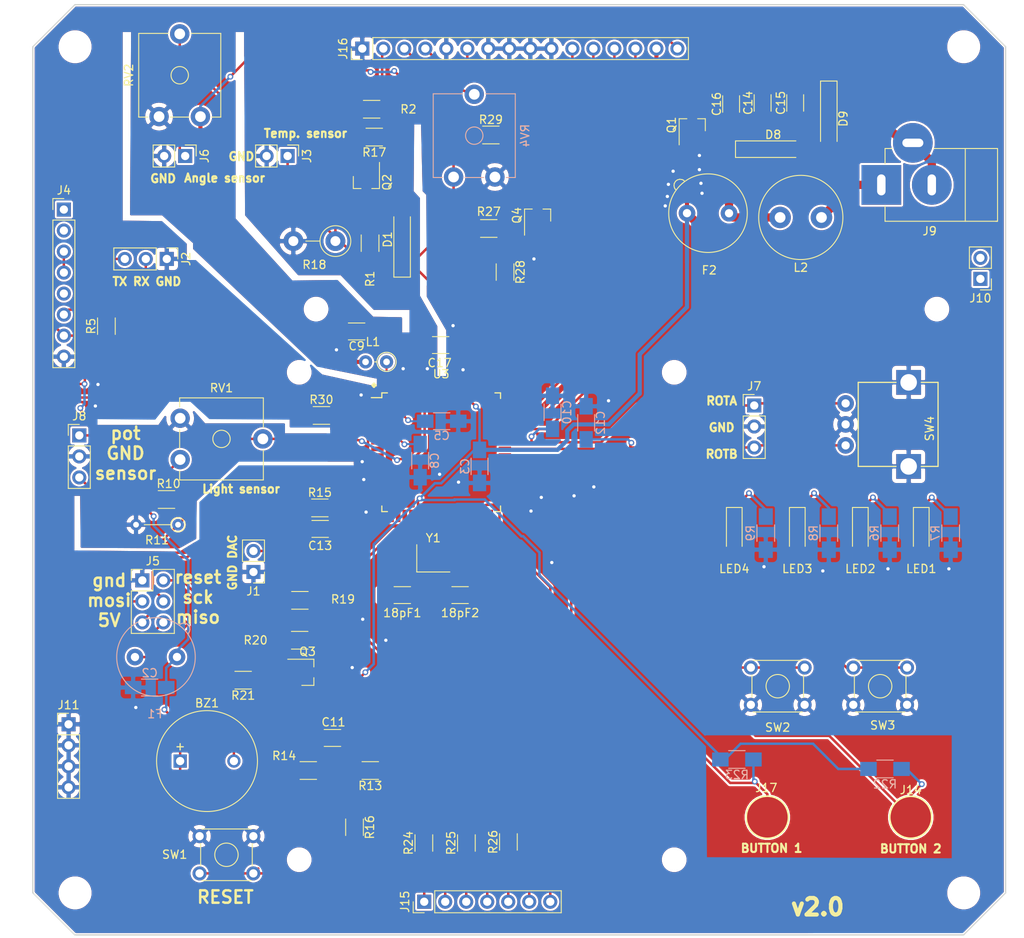
<source format=kicad_pcb>
(kicad_pcb (version 20171130) (host pcbnew 5.1.12-84ad8e8a86~92~ubuntu20.04.1)
  (layers (0 F.Cu signal) (31 B.Cu signal) (34 B.Paste user) (35 F.Paste user) (36 B.SilkS user) (37 F.SilkS user) (38 B.Mask user) (39 F.Mask user) (44 Edge.Cuts user))
  (net 0 "")
  (net 1 "Net-(18pF1-Pad1)")
  (net 2 GNDREF)
  (net 3 "Net-(18pF2-Pad1)")
  (net 4 +5V)
  (net 5 "Net-(BZ1-Pad2)")
  (net 6 "Net-(C5-Pad1)")
  (net 7 "Net-(C8-Pad2)")
  (net 8 Voltage_sensor)
  (net 9 ROTA)
  (net 10 "Net-(C11-Pad1)")
  (net 11 ROTB)
  (net 12 "Net-(C13-Pad1)")
  (net 13 "Net-(C14-Pad1)")
  (net 14 /Input_filter/DC_2)
  (net 15 Temperature)
  (net 16 LED1)
  (net 17 LED2)
  (net 18 LED3)
  (net 19 LED4)
  (net 20 "Net-(D8-Pad2)")
  (net 21 "Net-(J4-Pad1)")
  (net 22 "Net-(J4-Pad2)")
  (net 23 "Net-(J4-Pad3)")
  (net 24 Pot.meter)
  (net 25 LDR_divider)
  (net 26 /Input_filter/DC_1)
  (net 27 "Net-(J15-Pad1)")
  (net 28 /Keypad/row_1)
  (net 29 "Net-(J15-Pad3)")
  (net 30 /Keypad/row_4)
  (net 31 "Net-(J15-Pad5)")
  (net 32 /Keypad/row_3)
  (net 33 /Keypad/row_2)
  (net 34 "Net-(J16-Pad3)")
  (net 35 /LCD_/RS)
  (net 36 /LCD_/EN)
  (net 37 /LCD_/D4)
  (net 38 /LCD_/D5)
  (net 39 /LCD_/D6)
  (net 40 /LCD_/D7)
  (net 41 "Net-(J16-Pad16)")
  (net 42 Capacitive_button_2)
  (net 43 Capacitive_button_1)
  (net 44 /Keypad/Mhole_1)
  (net 45 /Keypad/Mhole_2)
  (net 46 "Net-(J24-Pad1)")
  (net 47 "Net-(J25-Pad1)")
  (net 48 "Net-(J26-Pad1)")
  (net 49 "Net-(J27-Pad1)")
  (net 50 /Keypad/Mhole_3)
  (net 51 /Keypad/Mhole_4)
  (net 52 /LCD_/Mhole_1)
  (net 53 "Net-(Q2-Pad2)")
  (net 54 "Net-(Q3-Pad1)")
  (net 55 "Net-(Q3-Pad3)")
  (net 56 "Net-(Q4-Pad1)")
  (net 57 "Net-(Q4-Pad3)")
  (net 58 MOSI)
  (net 59 MISO)
  (net 60 RESET_MEGA)
  (net 61 DAC)
  (net 62 "Net-(R16-Pad2)")
  (net 63 Buzzer)
  (net 64 /Keypad/col_2)
  (net 65 /Keypad/col_1)
  (net 66 /Keypad/col_3)
  (net 67 /LCD_/Backlight)
  (net 68 BUTT1)
  (net 69 BUTT2)
  (net 70 SCK)
  (net 71 "Net-(U3-Pad1)")
  (net 72 "Net-(U3-Pad6)")
  (net 73 "Net-(U3-Pad7)")
  (net 74 "Net-(U3-Pad9)")
  (net 75 "Net-(U3-Pad10)")
  (net 76 "Net-(U3-Pad12)")
  (net 77 "Net-(U3-Pad13)")
  (net 78 "Net-(U3-Pad16)")
  (net 79 "Net-(U3-Pad17)")
  (net 80 "Net-(U3-Pad18)")
  (net 81 "Net-(U3-Pad19)")
  (net 82 "Net-(U3-Pad32)")
  (net 83 "Net-(U3-Pad43)")
  (net 84 "Net-(U3-Pad48)")
  (net 85 "Net-(U3-Pad54)")
  (net 86 "Net-(U3-Pad55)")
  (net 87 "Net-(U3-Pad56)")
  (net 88 "Net-(U3-Pad57)")
  (net 89 "Net-(U3-Pad58)")
  (net 90 "Net-(D1-Pad2)")
  (net 91 "Net-(R17-Pad1)")
  (net 92 "Net-(R30-Pad1)")
  (net 93 "Net-(J4-Pad5)")
  (net 94 "Net-(F1-Pad1)")
  (net 95 "Net-(U3-Pad8)")
  (net 96 "Net-(J2-Pad2)")
  (net 97 "Net-(J10-Pad1)")
  (net 98 "Net-(LED1-Pad1)")
  (net 99 "Net-(LED2-Pad1)")
  (net 100 "Net-(LED3-Pad1)")
  (net 101 "Net-(LED4-Pad1)")
  (module Housings_QFP:TQFP-64_14x14mm_Pitch0.8mm (layer F.Cu) (at 131.826 89.662)
    (fp_text reference U3 (at 0 -9.45) (layer F.SilkS))
    (fp_text value ATMEGA128-16AU)
    (pad 1 smd rect (at -7.7 -6) (size 1.5 0.55) (layers F.Cu F.Paste F.Mask) (net 71 "Net-(U3-Pad1)"))
    (pad 2 smd rect (at -7.7 -5.2) (size 1.5 0.55) (layers F.Cu F.Paste F.Mask) (net 58 MOSI))
    (pad 3 smd rect (at -7.7 -4.4) (size 1.5 0.55) (layers F.Cu F.Paste F.Mask) (net 92 "Net-(R30-Pad1)"))
    (pad 4 smd rect (at -7.7 -3.6) (size 1.5 0.55) (layers F.Cu F.Paste F.Mask) (net 24 Pot.meter))
    (pad 5 smd rect (at -7.7 -2.8) (size 1.5 0.55) (layers F.Cu F.Paste F.Mask) (net 25 LDR_divider))
    (pad 6 smd rect (at -7.7 -2) (size 1.5 0.55) (layers F.Cu F.Paste F.Mask) (net 72 "Net-(U3-Pad6)"))
    (pad 7 smd rect (at -7.7 -1.2) (size 1.5 0.55) (layers F.Cu F.Paste F.Mask) (net 73 "Net-(U3-Pad7)"))
    (pad 8 smd rect (at -7.7 -0.4) (size 1.5 0.55) (layers F.Cu F.Paste F.Mask) (net 95 "Net-(U3-Pad8)"))
    (pad 9 smd rect (at -7.7 0.4) (size 1.5 0.55) (layers F.Cu F.Paste F.Mask) (net 74 "Net-(U3-Pad9)"))
    (pad 10 smd rect (at -7.7 1.2) (size 1.5 0.55) (layers F.Cu F.Paste F.Mask) (net 75 "Net-(U3-Pad10)"))
    (pad 11 smd rect (at -7.7 2) (size 1.5 0.55) (layers F.Cu F.Paste F.Mask) (net 70 SCK))
    (pad 12 smd rect (at -7.7 2.8) (size 1.5 0.55) (layers F.Cu F.Paste F.Mask) (net 76 "Net-(U3-Pad12)"))
    (pad 13 smd rect (at -7.7 3.6) (size 1.5 0.55) (layers F.Cu F.Paste F.Mask) (net 77 "Net-(U3-Pad13)"))
    (pad 14 smd rect (at -7.7 4.4) (size 1.5 0.55) (layers F.Cu F.Paste F.Mask) (net 63 Buzzer))
    (pad 15 smd rect (at -7.7 5.2) (size 1.5 0.55) (layers F.Cu F.Paste F.Mask) (net 61 DAC))
    (pad 16 smd rect (at -7.7 6) (size 1.5 0.55) (layers F.Cu F.Paste F.Mask) (net 78 "Net-(U3-Pad16)"))
    (pad 17 smd rect (at -6 7.7 90) (size 1.5 0.55) (layers F.Cu F.Paste F.Mask) (net 79 "Net-(U3-Pad17)"))
    (pad 18 smd rect (at -5.2 7.7 90) (size 1.5 0.55) (layers F.Cu F.Paste F.Mask) (net 80 "Net-(U3-Pad18)"))
    (pad 19 smd rect (at -4.4 7.7 90) (size 1.5 0.55) (layers F.Cu F.Paste F.Mask) (net 81 "Net-(U3-Pad19)"))
    (pad 20 smd rect (at -3.6 7.7 90) (size 1.5 0.55) (layers F.Cu F.Paste F.Mask) (net 60 RESET_MEGA))
    (pad 21 smd rect (at -2.8 7.7 90) (size 1.5 0.55) (layers F.Cu F.Paste F.Mask) (net 4 +5V))
    (pad 22 smd rect (at -2 7.7 90) (size 1.5 0.55) (layers F.Cu F.Paste F.Mask) (net 2 GNDREF))
    (pad 23 smd rect (at -1.2 7.7 90) (size 1.5 0.55) (layers F.Cu F.Paste F.Mask) (net 1 "Net-(18pF1-Pad1)"))
    (pad 24 smd rect (at -0.4 7.7 90) (size 1.5 0.55) (layers F.Cu F.Paste F.Mask) (net 3 "Net-(18pF2-Pad1)"))
    (pad 25 smd rect (at 0.4 7.7 90) (size 1.5 0.55) (layers F.Cu F.Paste F.Mask) (net 64 /Keypad/col_2))
    (pad 26 smd rect (at 1.2 7.7 90) (size 1.5 0.55) (layers F.Cu F.Paste F.Mask) (net 28 /Keypad/row_1))
    (pad 27 smd rect (at 2 7.7 90) (size 1.5 0.55) (layers F.Cu F.Paste F.Mask) (net 65 /Keypad/col_1))
    (pad 28 smd rect (at 2.8 7.7 90) (size 1.5 0.55) (layers F.Cu F.Paste F.Mask) (net 30 /Keypad/row_4))
    (pad 29 smd rect (at 3.6 7.7 90) (size 1.5 0.55) (layers F.Cu F.Paste F.Mask) (net 66 /Keypad/col_3))
    (pad 30 smd rect (at 4.4 7.7 90) (size 1.5 0.55) (layers F.Cu F.Paste F.Mask) (net 32 /Keypad/row_3))
    (pad 31 smd rect (at 5.2 7.7 90) (size 1.5 0.55) (layers F.Cu F.Paste F.Mask) (net 33 /Keypad/row_2))
    (pad 32 smd rect (at 6 7.7 90) (size 1.5 0.55) (layers F.Cu F.Paste F.Mask) (net 82 "Net-(U3-Pad32)"))
    (pad 33 smd rect (at 7.7 6) (size 1.5 0.55) (layers F.Cu F.Paste F.Mask) (net 43 Capacitive_button_1))
    (pad 34 smd rect (at 7.7 5.2) (size 1.5 0.55) (layers F.Cu F.Paste F.Mask) (net 42 Capacitive_button_2))
    (pad 35 smd rect (at 7.7 4.4) (size 1.5 0.55) (layers F.Cu F.Paste F.Mask) (net 68 BUTT1))
    (pad 36 smd rect (at 7.7 3.6) (size 1.5 0.55) (layers F.Cu F.Paste F.Mask) (net 69 BUTT2))
    (pad 37 smd rect (at 7.7 2.8) (size 1.5 0.55) (layers F.Cu F.Paste F.Mask) (net 16 LED1))
    (pad 38 smd rect (at 7.7 2) (size 1.5 0.55) (layers F.Cu F.Paste F.Mask) (net 17 LED2))
    (pad 39 smd rect (at 7.7 1.2) (size 1.5 0.55) (layers F.Cu F.Paste F.Mask) (net 18 LED3))
    (pad 40 smd rect (at 7.7 0.4) (size 1.5 0.55) (layers F.Cu F.Paste F.Mask) (net 19 LED4))
    (pad 41 smd rect (at 7.7 -0.4) (size 1.5 0.55) (layers F.Cu F.Paste F.Mask) (net 11 ROTB))
    (pad 42 smd rect (at 7.7 -1.2) (size 1.5 0.55) (layers F.Cu F.Paste F.Mask) (net 9 ROTA))
    (pad 43 smd rect (at 7.7 -2) (size 1.5 0.55) (layers F.Cu F.Paste F.Mask) (net 83 "Net-(U3-Pad43)"))
    (pad 44 smd rect (at 7.7 -2.8) (size 1.5 0.55) (layers F.Cu F.Paste F.Mask) (net 40 /LCD_/D7))
    (pad 45 smd rect (at 7.7 -3.6) (size 1.5 0.55) (layers F.Cu F.Paste F.Mask) (net 39 /LCD_/D6))
    (pad 46 smd rect (at 7.7 -4.4) (size 1.5 0.55) (layers F.Cu F.Paste F.Mask) (net 38 /LCD_/D5))
    (pad 47 smd rect (at 7.7 -5.2) (size 1.5 0.55) (layers F.Cu F.Paste F.Mask) (net 37 /LCD_/D4))
    (pad 48 smd rect (at 7.7 -6) (size 1.5 0.55) (layers F.Cu F.Paste F.Mask) (net 84 "Net-(U3-Pad48)"))
    (pad 49 smd rect (at 6 -7.7 90) (size 1.5 0.55) (layers F.Cu F.Paste F.Mask) (net 36 /LCD_/EN))
    (pad 50 smd rect (at 5.2 -7.7 90) (size 1.5 0.55) (layers F.Cu F.Paste F.Mask) (net 35 /LCD_/RS))
    (pad 51 smd rect (at 4.4 -7.7 90) (size 1.5 0.55) (layers F.Cu F.Paste F.Mask) (net 67 /LCD_/Backlight))
    (pad 52 smd rect (at 3.6 -7.7 90) (size 1.5 0.55) (layers F.Cu F.Paste F.Mask) (net 4 +5V))
    (pad 53 smd rect (at 2.8 -7.7 90) (size 1.5 0.55) (layers F.Cu F.Paste F.Mask) (net 2 GNDREF))
    (pad 54 smd rect (at 2 -7.7 90) (size 1.5 0.55) (layers F.Cu F.Paste F.Mask) (net 85 "Net-(U3-Pad54)"))
    (pad 55 smd rect (at 1.2 -7.7 90) (size 1.5 0.55) (layers F.Cu F.Paste F.Mask) (net 86 "Net-(U3-Pad55)"))
    (pad 56 smd rect (at 0.4 -7.7 90) (size 1.5 0.55) (layers F.Cu F.Paste F.Mask) (net 87 "Net-(U3-Pad56)"))
    (pad 57 smd rect (at -0.4 -7.7 90) (size 1.5 0.55) (layers F.Cu F.Paste F.Mask) (net 88 "Net-(U3-Pad57)"))
    (pad 58 smd rect (at -1.2 -7.7 90) (size 1.5 0.55) (layers F.Cu F.Paste F.Mask) (net 89 "Net-(U3-Pad58)"))
    (pad 59 smd rect (at -2 -7.7 90) (size 1.5 0.55) (layers F.Cu F.Paste F.Mask) (net 25 LDR_divider))
    (pad 60 smd rect (at -2.8 -7.7 90) (size 1.5 0.55) (layers F.Cu F.Paste F.Mask) (net 15 Temperature))
    (pad 61 smd rect (at -3.6 -7.7 90) (size 1.5 0.55) (layers F.Cu F.Paste F.Mask) (net 8 Voltage_sensor))
    (pad 62 smd rect (at -4.4 -7.7 90) (size 1.5 0.55) (layers F.Cu F.Paste F.Mask) (net 6 "Net-(C5-Pad1)"))
    (pad 63 smd rect (at -5.2 -7.7 90) (size 1.5 0.55) (layers F.Cu F.Paste F.Mask) (net 2 GNDREF))
    (pad 64 smd rect (at -6 -7.7 90) (size 1.5 0.55) (layers F.Cu F.Paste F.Mask) (net 7 "Net-(C8-Pad2)"))
  )
  (module Potentiometers:Potentiometer_Trimmer_ACP_CA9v_Horizontal_Px10.0mm_Py5.0mm (layer F.Cu) (at 102.7176 49.0855 90)
    (fp_text reference RV2 (at 5 -8.65 90) (layer F.SilkS))
    (fp_text value 10k)
    (pad 3 thru_hole circle (at 0 -5 90) (size 2.34 2.34) (drill 1.3) (layers *.Cu *.Mask) (net 2 GNDREF))
    (pad 2 thru_hole circle (at 10 -2.5 90) (size 2.34 2.34) (drill 1.3) (layers *.Cu *.Mask) (net 8 Voltage_sensor))
    (pad 1 thru_hole circle (at 0 0 90) (size 2.34 2.34) (drill 1.3) (layers *.Cu *.Mask) (net 4 +5V))
  )
  (module Capacitors_SMD:C_1206_HandSoldering (layer F.Cu) (at 127.127 106.934)
    (fp_text reference 18pF1 (at 0 2.159) (layer F.SilkS))
    (fp_text value 18pF)
    (pad 1 smd rect (at -2 0) (size 2 1.6) (layers F.Cu F.Paste F.Mask) (net 1 "Net-(18pF1-Pad1)"))
    (pad 2 smd rect (at 2 0) (size 2 1.6) (layers F.Cu F.Paste F.Mask) (net 2 GNDREF))
  )
  (module Capacitors_SMD:C_1206_HandSoldering (layer F.Cu) (at 134.112 106.934 180)
    (fp_text reference 18pF2 (at 0 -2.159 180) (layer F.SilkS))
    (fp_text value 18pF)
    (pad 1 smd rect (at -2 0 180) (size 2 1.6) (layers F.Cu F.Paste F.Mask) (net 3 "Net-(18pF2-Pad1)"))
    (pad 2 smd rect (at 2 0 180) (size 2 1.6) (layers F.Cu F.Paste F.Mask) (net 2 GNDREF))
  )
  (module Buzzers_Beepers:MagneticBuzzer_ProSignal_ABT-410-RC (layer F.Cu) (at 100.2665 127)
    (fp_text reference BZ1 (at 3.25 -7) (layer F.SilkS))
    (fp_text value Buzzer)
    (fp_text user + (at 0 -1.8) (layer F.SilkS))
    (pad 1 thru_hole rect (at 0 0) (size 1.6 1.6) (drill 1) (layers *.Cu *.Mask) (net 4 +5V))
    (pad 2 thru_hole circle (at 6.5 0) (size 1.6 1.6) (drill 1) (layers *.Cu *.Mask) (net 5 "Net-(BZ1-Pad2)"))
  )
  (module Capacitors_SMD:C_1206_HandSoldering (layer B.Cu) (at 96.5835 118.11 180)
    (fp_text reference C2 (at 0 1.75 180) (layer B.SilkS) (effects (justify mirror)))
    (fp_text value 100nF)
    (pad 1 smd rect (at -2 0 180) (size 2 1.6) (layers B.Cu B.Paste B.Mask) (net 4 +5V))
    (pad 2 smd rect (at 2 0 180) (size 2 1.6) (layers B.Cu B.Paste B.Mask) (net 2 GNDREF))
  )
  (module Capacitors_SMD:C_1206_HandSoldering (layer B.Cu) (at 136.4615 91.3765 270)
    (fp_text reference C3 (at 0 1.75 270) (layer B.SilkS) (effects (justify mirror)))
    (fp_text value C)
    (pad 1 smd rect (at -2 0 270) (size 2 1.6) (layers B.Cu B.Paste B.Mask) (net 4 +5V))
    (pad 2 smd rect (at 2 0 270) (size 2 1.6) (layers B.Cu B.Paste B.Mask) (net 2 GNDREF))
  )
  (module Capacitors_SMD:C_1206_HandSoldering (layer B.Cu) (at 131.8895 85.9155)
    (fp_text reference C5 (at 0 1.75) (layer B.SilkS) (effects (justify mirror)))
    (fp_text value 100nF)
    (pad 1 smd rect (at -2 0) (size 2 1.6) (layers B.Cu B.Paste B.Mask) (net 6 "Net-(C5-Pad1)"))
    (pad 2 smd rect (at 2 0) (size 2 1.6) (layers B.Cu B.Paste B.Mask) (net 2 GNDREF))
  )
  (module Capacitors_SMD:C_1206_HandSoldering (layer B.Cu) (at 129.286 90.678 90)
    (fp_text reference C8 (at 0 1.75 90) (layer B.SilkS) (effects (justify mirror)))
    (fp_text value 100n)
    (pad 1 smd rect (at -2 0 90) (size 2 1.6) (layers B.Cu B.Paste B.Mask) (net 2 GNDREF))
    (pad 2 smd rect (at 2 0 90) (size 2 1.6) (layers B.Cu B.Paste B.Mask) (net 7 "Net-(C8-Pad2)"))
  )
  (module Capacitors_SMD:C_1206_HandSoldering (layer F.Cu) (at 121.6025 75.057 180)
    (fp_text reference C9 (at 0 -1.778 180) (layer F.SilkS))
    (fp_text value 100nF)
    (pad 1 smd rect (at -2 0 180) (size 2 1.6) (layers F.Cu F.Paste F.Mask) (net 8 Voltage_sensor))
    (pad 2 smd rect (at 2 0 180) (size 2 1.6) (layers F.Cu F.Paste F.Mask) (net 2 GNDREF))
  )
  (module Capacitors_SMD:C_1206_HandSoldering (layer B.Cu) (at 145.288 84.836 90)
    (fp_text reference C10 (at 0 1.75 90) (layer B.SilkS) (effects (justify mirror)))
    (fp_text value 10nF)
    (pad 1 smd rect (at -2 0 90) (size 2 1.6) (layers B.Cu B.Paste B.Mask) (net 9 ROTA))
    (pad 2 smd rect (at 2 0 90) (size 2 1.6) (layers B.Cu B.Paste B.Mask) (net 2 GNDREF))
  )
  (module Capacitors_SMD:C_1206_HandSoldering (layer F.Cu) (at 118.6815 124.206 180)
    (fp_text reference C11 (at -0.127 1.905 180) (layer F.SilkS))
    (fp_text value 10nF)
    (pad 1 smd rect (at -2 0 180) (size 2 1.6) (layers F.Cu F.Paste F.Mask) (net 10 "Net-(C11-Pad1)"))
    (pad 2 smd rect (at 2 0 180) (size 2 1.6) (layers F.Cu F.Paste F.Mask) (net 2 GNDREF))
  )
  (module Capacitors_SMD:C_1206_HandSoldering (layer B.Cu) (at 149.352 86.106 90)
    (fp_text reference C12 (at 0 1.75 90) (layer B.SilkS) (effects (justify mirror)))
    (fp_text value 10nF)
    (pad 1 smd rect (at -2 0 90) (size 2 1.6) (layers B.Cu B.Paste B.Mask) (net 11 ROTB))
    (pad 2 smd rect (at 2 0 90) (size 2 1.6) (layers B.Cu B.Paste B.Mask) (net 2 GNDREF))
  )
  (module Capacitors_SMD:C_1206_HandSoldering (layer F.Cu) (at 117.1956 98.933)
    (fp_text reference C13 (at 0 2.032) (layer F.SilkS))
    (fp_text value 150nF)
    (pad 1 smd rect (at -2 0) (size 2 1.6) (layers F.Cu F.Paste F.Mask) (net 12 "Net-(C13-Pad1)"))
    (pad 2 smd rect (at 2 0) (size 2 1.6) (layers F.Cu F.Paste F.Mask) (net 2 GNDREF))
  )
  (module Capacitors_SMD:C_1206_HandSoldering (layer F.Cu) (at 170.688 47.4345 90)
    (fp_text reference C14 (at 0 -1.75 90) (layer F.SilkS))
    (fp_text value 1nF)
    (pad 1 smd rect (at -2 0 90) (size 2 1.6) (layers F.Cu F.Paste F.Mask) (net 13 "Net-(C14-Pad1)"))
    (pad 2 smd rect (at 2 0 90) (size 2 1.6) (layers F.Cu F.Paste F.Mask) (net 14 /Input_filter/DC_2))
  )
  (module Capacitors_SMD:C_1206_HandSoldering (layer F.Cu) (at 174.625 47.4345 90)
    (fp_text reference C15 (at 0 -1.75 90) (layer F.SilkS))
    (fp_text value 10nF)
    (pad 1 smd rect (at -2 0 90) (size 2 1.6) (layers F.Cu F.Paste F.Mask) (net 13 "Net-(C14-Pad1)"))
    (pad 2 smd rect (at 2 0 90) (size 2 1.6) (layers F.Cu F.Paste F.Mask) (net 14 /Input_filter/DC_2))
  )
  (module Capacitors_SMD:C_1206_HandSoldering (layer F.Cu) (at 166.878 47.5615 90)
    (fp_text reference C16 (at 0 -1.75 90) (layer F.SilkS))
    (fp_text value 100nF)
    (pad 1 smd rect (at -2 0 90) (size 2 1.6) (layers F.Cu F.Paste F.Mask) (net 13 "Net-(C14-Pad1)"))
    (pad 2 smd rect (at 2 0 90) (size 2 1.6) (layers F.Cu F.Paste F.Mask) (net 14 /Input_filter/DC_2))
  )
  (module Capacitors_SMD:C_1206_HandSoldering (layer F.Cu) (at 131.7625 76.708)
    (fp_text reference C17 (at -0.127 2.159) (layer F.SilkS))
    (fp_text value 10nF)
    (pad 1 smd rect (at -2 0) (size 2 1.6) (layers F.Cu F.Paste F.Mask) (net 15 Temperature))
    (pad 2 smd rect (at 2 0) (size 2 1.6) (layers F.Cu F.Paste F.Mask) (net 2 GNDREF))
  )
  (module LEDs:LED_1206_HandSoldering (layer F.Cu) (at 189.865 99.441 270)
    (fp_text reference LED1 (at 4.318 0) (layer F.SilkS))
    (fp_text value blue)
    (pad 1 smd rect (at -2 0 270) (size 2 1.7) (layers F.Cu F.Paste F.Mask) (net 98 "Net-(LED1-Pad1)"))
    (pad 2 smd rect (at 2 0 270) (size 2 1.7) (layers F.Cu F.Paste F.Mask) (net 16 LED1))
  )
  (module LEDs:LED_1206_HandSoldering (layer F.Cu) (at 182.499 99.441 270)
    (fp_text reference LED2 (at 4.318 0) (layer F.SilkS))
    (fp_text value blue)
    (pad 1 smd rect (at -2 0 270) (size 2 1.7) (layers F.Cu F.Paste F.Mask) (net 99 "Net-(LED2-Pad1)"))
    (pad 2 smd rect (at 2 0 270) (size 2 1.7) (layers F.Cu F.Paste F.Mask) (net 17 LED2))
  )
  (module LEDs:LED_1206_HandSoldering (layer F.Cu) (at 174.879 99.441 270)
    (fp_text reference LED3 (at 4.318 0) (layer F.SilkS))
    (fp_text value blue)
    (pad 1 smd rect (at -2 0 270) (size 2 1.7) (layers F.Cu F.Paste F.Mask) (net 100 "Net-(LED3-Pad1)"))
    (pad 2 smd rect (at 2 0 270) (size 2 1.7) (layers F.Cu F.Paste F.Mask) (net 18 LED3))
  )
  (module LEDs:LED_1206_HandSoldering (layer F.Cu) (at 167.259 99.441 270)
    (fp_text reference LED4 (at 4.318 0) (layer F.SilkS))
    (fp_text value blue)
    (pad 1 smd rect (at -2 0 270) (size 2 1.7) (layers F.Cu F.Paste F.Mask) (net 101 "Net-(LED4-Pad1)"))
    (pad 2 smd rect (at 2 0 270) (size 2 1.7) (layers F.Cu F.Paste F.Mask) (net 19 LED4))
  )
  (module Diodes_SMD:D_MiniMELF_Handsoldering (layer F.Cu) (at 171.958 53.0225)
    (fp_text reference D8 (at 0 -1.75) (layer F.SilkS))
    (fp_text value 5VBreakdown_Zener hide)
    (pad 1 smd rect (at -2.75 0) (size 3.3 1.7) (layers F.Cu F.Paste F.Mask) (net 4 +5V))
    (pad 2 smd rect (at 2.75 0) (size 3.3 1.7) (layers F.Cu F.Paste F.Mask) (net 20 "Net-(D8-Pad2)"))
  )
  (module Diodes_SMD:D_MiniMELF_Handsoldering (layer F.Cu) (at 178.689 49.3395 270)
    (fp_text reference D9 (at 0 -1.75 270) (layer F.SilkS))
    (fp_text value 5VBreakdown_Zener hide)
    (pad 1 smd rect (at -2.75 0 270) (size 3.3 1.7) (layers F.Cu F.Paste F.Mask) (net 14 /Input_filter/DC_2))
    (pad 2 smd rect (at 2.75 0 270) (size 3.3 1.7) (layers F.Cu F.Paste F.Mask) (net 20 "Net-(D8-Pad2)"))
  )
  (module Fuse_Holders_and_Fuses:Fuseholder_Fuse_TR5_Littlefuse-No560_No460 (layer B.Cu) (at 94.8055 114.427)
    (fp_text reference F1 (at 2.39 6.89) (layer B.SilkS) (effects (justify mirror)))
    (fp_text value Fuse_Small)
    (pad 1 thru_hole circle (at 0 0) (size 2 2) (drill 1) (layers *.Cu *.Mask) (net 94 "Net-(F1-Pad1)"))
    (pad 2 thru_hole circle (at 5.08 -0.01) (size 2 2) (drill 1) (layers *.Cu *.Mask) (net 4 +5V))
  )
  (module Fuse_Holders_and_Fuses:Fuseholder_Fuse_TR5_Littlefuse-No560_No460 (layer F.Cu) (at 166.624 60.7695 180)
    (fp_text reference F2 (at 2.39 -6.89 180) (layer F.SilkS))
    (fp_text value Fuse_Small)
    (pad 1 thru_hole circle (at 0 0 180) (size 2 2) (drill 1) (layers *.Cu *.Mask) (net 13 "Net-(C14-Pad1)"))
    (pad 2 thru_hole circle (at 5.08 0.01 180) (size 2 2) (drill 1) (layers *.Cu *.Mask) (net 4 +5V))
  )
  (module Connectors:JACK_ALIM (layer F.Cu) (at 185.039 57.3405 180)
    (fp_text reference J9 (at -5.84 -5.59 180) (layer F.SilkS))
    (fp_text value Jack-DC)
    (pad 2 thru_hole circle (at -6.1 0 180) (size 4.8 4.8) (drill oval 1.02 2.54) (layers *.Cu *.Mask) (net 14 /Input_filter/DC_2))
    (pad 1 thru_hole rect (at 0 0 180) (size 4.8 4.8) (drill oval 1.02 2.54) (layers *.Cu *.Mask) (net 26 /Input_filter/DC_1))
    (pad 3 thru_hole circle (at -3.81 5.08 180) (size 4.8 4.8) (drill oval 2.54 1.02) (layers *.Cu *.Mask) (net 14 /Input_filter/DC_2))
  )
  (module Socket_Strips:Socket_Strip_Straight_1x07_Pitch2.54mm (layer F.Cu) (at 129.774 144.008 90)
    (fp_text reference J15 (at 0 -2.33 90) (layer F.SilkS))
    (fp_text value Conn_01x07_Female hide)
    (pad 1 thru_hole rect (at 0 0 90) (size 1.7 1.7) (drill 1) (layers *.Cu *.Mask) (net 27 "Net-(J15-Pad1)"))
    (pad 2 thru_hole oval (at 0 2.54 90) (size 1.7 1.7) (drill 1) (layers *.Cu *.Mask) (net 28 /Keypad/row_1))
    (pad 3 thru_hole oval (at 0 5.08 90) (size 1.7 1.7) (drill 1) (layers *.Cu *.Mask) (net 29 "Net-(J15-Pad3)"))
    (pad 4 thru_hole oval (at 0 7.62 90) (size 1.7 1.7) (drill 1) (layers *.Cu *.Mask) (net 30 /Keypad/row_4))
    (pad 5 thru_hole oval (at 0 10.16 90) (size 1.7 1.7) (drill 1) (layers *.Cu *.Mask) (net 31 "Net-(J15-Pad5)"))
    (pad 6 thru_hole oval (at 0 12.7 90) (size 1.7 1.7) (drill 1) (layers *.Cu *.Mask) (net 32 /Keypad/row_3))
    (pad 7 thru_hole oval (at 0 15.24 90) (size 1.7 1.7) (drill 1) (layers *.Cu *.Mask) (net 33 /Keypad/row_2))
  )
  (module Socket_Strips:Socket_Strip_Straight_1x16_Pitch2.54mm (layer F.Cu) (at 122.287 40.862 90)
    (fp_text reference J16 (at 0 -2.33 90) (layer F.SilkS))
    (fp_text value Conn_01x16 hide)
    (pad 1 thru_hole rect (at 0 0 90) (size 1.7 1.7) (drill 1) (layers *.Cu *.Mask) (net 2 GNDREF))
    (pad 2 thru_hole oval (at 0 2.54 90) (size 1.7 1.7) (drill 1) (layers *.Cu *.Mask) (net 4 +5V))
    (pad 3 thru_hole oval (at 0 5.08 90) (size 1.7 1.7) (drill 1) (layers *.Cu *.Mask) (net 34 "Net-(J16-Pad3)"))
    (pad 4 thru_hole oval (at 0 7.62 90) (size 1.7 1.7) (drill 1) (layers *.Cu *.Mask) (net 35 /LCD_/RS))
    (pad 5 thru_hole oval (at 0 10.16 90) (size 1.7 1.7) (drill 1) (layers *.Cu *.Mask) (net 2 GNDREF))
    (pad 6 thru_hole oval (at 0 12.7 90) (size 1.7 1.7) (drill 1) (layers *.Cu *.Mask) (net 36 /LCD_/EN))
    (pad 7 thru_hole oval (at 0 15.24 90) (size 1.7 1.7) (drill 1) (layers *.Cu *.Mask) (net 2 GNDREF))
    (pad 8 thru_hole oval (at 0 17.78 90) (size 1.7 1.7) (drill 1) (layers *.Cu *.Mask) (net 2 GNDREF))
    (pad 9 thru_hole oval (at 0 20.32 90) (size 1.7 1.7) (drill 1) (layers *.Cu *.Mask) (net 2 GNDREF))
    (pad 10 thru_hole oval (at 0 22.86 90) (size 1.7 1.7) (drill 1) (layers *.Cu *.Mask) (net 2 GNDREF))
    (pad 11 thru_hole oval (at 0 25.4 90) (size 1.7 1.7) (drill 1) (layers *.Cu *.Mask) (net 37 /LCD_/D4))
    (pad 12 thru_hole oval (at 0 27.94 90) (size 1.7 1.7) (drill 1) (layers *.Cu *.Mask) (net 38 /LCD_/D5))
    (pad 13 thru_hole oval (at 0 30.48 90) (size 1.7 1.7) (drill 1) (layers *.Cu *.Mask) (net 39 /LCD_/D6))
    (pad 14 thru_hole oval (at 0 33.02 90) (size 1.7 1.7) (drill 1) (layers *.Cu *.Mask) (net 40 /LCD_/D7))
    (pad 15 thru_hole oval (at 0 35.56 90) (size 1.7 1.7) (drill 1) (layers *.Cu *.Mask) (net 4 +5V))
    (pad 16 thru_hole oval (at 0 38.1 90) (size 1.7 1.7) (drill 1) (layers *.Cu *.Mask) (net 41 "Net-(J16-Pad16)"))
  )
  (module Mounting_Holes:MountingHole_2.5mm (layer F.Cu) (at 114.661 138.928)
    (fp_text reference J19 hide)
    (fp_text value Conn_01x01)
    (pad 1 np_thru_hole circle (at 0 0) (size 2.5 2.5) (drill 2.5) (layers *.Cu *.Mask) (net 44 /Keypad/Mhole_1))
  )
  (module Mounting_Holes:MountingHole_2.5mm (layer F.Cu) (at 160 138.928)
    (fp_text reference J23 hide)
    (fp_text value Conn_01x01)
    (pad 1 np_thru_hole circle (at 0 0) (size 2.5 2.5) (drill 2.5) (layers *.Cu *.Mask) (net 45 /Keypad/Mhole_2))
  )
  (module Mounting_Holes:MountingHole_3.5mm (layer F.Cu) (at 195 40.64)
    (fp_text reference J24 hide)
    (fp_text value Conn_01x01 hide)
    (pad 1 np_thru_hole circle (at 0 0) (size 3.5 3.5) (drill 3.5) (layers *.Cu *.Mask) (net 46 "Net-(J24-Pad1)"))
  )
  (module Mounting_Holes:MountingHole_3.5mm (layer F.Cu) (at 195 142.9385)
    (fp_text reference J25 hide)
    (fp_text value Conn_01x01 hide)
    (pad 1 np_thru_hole circle (at 0 0) (size 3.5 3.5) (drill 3.5) (layers *.Cu *.Mask) (net 47 "Net-(J25-Pad1)"))
  )
  (module Mounting_Holes:MountingHole_3.5mm (layer F.Cu) (at 87.5665 40.64)
    (fp_text reference J26 hide)
    (fp_text value Conn_01x01 hide)
    (pad 1 np_thru_hole circle (at 0 0) (size 3.5 3.5) (drill 3.5) (layers *.Cu *.Mask) (net 48 "Net-(J26-Pad1)"))
  )
  (module Mounting_Holes:MountingHole_3.5mm (layer F.Cu) (at 87.5665 142.9385)
    (fp_text reference J27 hide)
    (fp_text value Conn_01x01 hide)
    (pad 1 np_thru_hole circle (at 0 0) (size 3.5 3.5) (drill 3.5) (layers *.Cu *.Mask) (net 49 "Net-(J27-Pad1)"))
  )
  (module Mounting_Holes:MountingHole_2.5mm (layer F.Cu) (at 114.661 80)
    (fp_text reference J28 hide)
    (fp_text value Conn_01x01)
    (pad 1 np_thru_hole circle (at 0 0) (size 2.5 2.5) (drill 2.5) (layers *.Cu *.Mask) (net 50 /Keypad/Mhole_3))
  )
  (module Mounting_Holes:MountingHole_2.5mm (layer F.Cu) (at 160 80)
    (fp_text reference J29 hide)
    (fp_text value Conn_01x01)
    (pad 1 np_thru_hole circle (at 0 0) (size 2.5 2.5) (drill 2.5) (layers *.Cu *.Mask) (net 51 /Keypad/Mhole_4))
  )
  (module Mounting_Holes:MountingHole_2.5mm (layer F.Cu) (at 116.699 72.358)
    (fp_text reference J30 hide)
    (fp_text value Conn_01x01)
    (pad 1 np_thru_hole circle (at 0 0) (size 2.5 2.5) (drill 2.5) (layers *.Cu *.Mask) (net 52 /LCD_/Mhole_1))
  )
  (module Mounting_Holes:MountingHole_2.5mm (layer F.Cu) (at 191.756 72.358)
    (fp_text reference J31 hide)
    (fp_text value Conn_01x01)
    (pad "" np_thru_hole circle (at 0 0) (size 2.5 2.5) (drill 2.5) (layers *.Cu *.Mask))
  )
  (module Inductors_THT:L_Radial_D10.0mm_P5.00mm_Fastron_07M (layer F.Cu) (at 177.8 61.2775 180)
    (fp_text reference L2 (at 2.5 -6.06 180) (layer F.SilkS))
    (fp_text value L_Core_Ferrite)
    (pad 1 thru_hole circle (at 0 0 180) (size 2.6 2.6) (drill 1.3) (layers *.Cu *.Mask) (net 97 "Net-(J10-Pad1)"))
    (pad 2 thru_hole circle (at 5 0 180) (size 2.6 2.6) (drill 1.3) (layers *.Cu *.Mask) (net 13 "Net-(C14-Pad1)"))
  )
  (module TO_SOT_Packages_SMD:SOT-23_Handsoldering (layer F.Cu) (at 162.179 50.1015 90)
    (fp_text reference Q1 (at 0 -2.5 90) (layer F.SilkS))
    (fp_text value Q_NMOS_GSD)
    (pad 1 smd rect (at -1.5 -0.95 90) (size 1.9 0.8) (layers F.Cu F.Paste F.Mask) (net 4 +5V))
    (pad 2 smd rect (at -1.5 0.95 90) (size 1.9 0.8) (layers F.Cu F.Paste F.Mask) (net 2 GNDREF))
    (pad 3 smd rect (at 1.5 0 90) (size 1.9 0.8) (layers F.Cu F.Paste F.Mask) (net 14 /Input_filter/DC_2))
  )
  (module TO_SOT_Packages_SMD:SOT-23_Handsoldering (layer F.Cu) (at 122.7836 57.023 270)
    (fp_text reference Q2 (at 0 -2.5 270) (layer F.SilkS))
    (fp_text value BC807)
    (pad 1 smd rect (at -1.5 -0.95 270) (size 1.9 0.8) (layers F.Cu F.Paste F.Mask) (net 90 "Net-(D1-Pad2)"))
    (pad 2 smd rect (at -1.5 0.95 270) (size 1.9 0.8) (layers F.Cu F.Paste F.Mask) (net 53 "Net-(Q2-Pad2)"))
    (pad 3 smd rect (at 1.5 0 270) (size 1.9 0.8) (layers F.Cu F.Paste F.Mask) (net 15 Temperature))
  )
  (module TO_SOT_Packages_SMD:SOT-23_Handsoldering (layer F.Cu) (at 115.6716 116.2685)
    (fp_text reference Q3 (at 0 -2.5) (layer F.SilkS))
    (fp_text value Q_NMOS_GSD)
    (pad 1 smd rect (at -1.5 -0.95) (size 1.9 0.8) (layers F.Cu F.Paste F.Mask) (net 54 "Net-(Q3-Pad1)"))
    (pad 2 smd rect (at -1.5 0.95) (size 1.9 0.8) (layers F.Cu F.Paste F.Mask) (net 2 GNDREF))
    (pad 3 smd rect (at 1.5 0) (size 1.9 0.8) (layers F.Cu F.Paste F.Mask) (net 55 "Net-(Q3-Pad3)"))
  )
  (module TO_SOT_Packages_SMD:SOT-23_Handsoldering (layer F.Cu) (at 143.4846 61.0235 90)
    (fp_text reference Q4 (at 0 -2.5 90) (layer F.SilkS))
    (fp_text value Q_NMOS_GSD)
    (pad 1 smd rect (at -1.5 -0.95 90) (size 1.9 0.8) (layers F.Cu F.Paste F.Mask) (net 56 "Net-(Q4-Pad1)"))
    (pad 2 smd rect (at -1.5 0.95 90) (size 1.9 0.8) (layers F.Cu F.Paste F.Mask) (net 2 GNDREF))
    (pad 3 smd rect (at 1.5 0 90) (size 1.9 0.8) (layers F.Cu F.Paste F.Mask) (net 57 "Net-(Q4-Pad3)"))
  )
  (module Resistors_SMD:R_1206_HandSoldering (layer F.Cu) (at 123.2281 64.389 270)
    (fp_text reference R1 (at 4.318 0 270) (layer F.SilkS))
    (fp_text value 270)
    (pad 1 smd rect (at -2 0 270) (size 2 1.7) (layers F.Cu F.Paste F.Mask) (net 90 "Net-(D1-Pad2)"))
    (pad 2 smd rect (at 2 0 270) (size 2 1.7) (layers F.Cu F.Paste F.Mask) (net 2 GNDREF))
  )
  (module Resistors_SMD:R_1206_HandSoldering (layer F.Cu) (at 123.4186 48.1965)
    (fp_text reference R2 (at 4.445 0) (layer F.SilkS))
    (fp_text value 200)
    (pad 1 smd rect (at -2 0) (size 2 1.7) (layers F.Cu F.Paste F.Mask) (net 4 +5V))
    (pad 2 smd rect (at 2 0) (size 2 1.7) (layers F.Cu F.Paste F.Mask) (net 91 "Net-(R17-Pad1)"))
  )
  (module Resistors_SMD:R_1206_HandSoldering (layer F.Cu) (at 91.3511 74.422 90)
    (fp_text reference R5 (at 0 -1.85 90) (layer F.SilkS))
    (fp_text value 12)
    (pad 1 smd rect (at -2 0 90) (size 2 1.7) (layers F.Cu F.Paste F.Mask) (net 58 MOSI))
    (pad 2 smd rect (at 2 0 90) (size 2 1.7) (layers F.Cu F.Paste F.Mask) (net 96 "Net-(J2-Pad2)"))
  )
  (module Resistors_SMD:R_1206_HandSoldering (layer B.Cu) (at 186.055 99.441 270)
    (fp_text reference R6 (at 0 1.85 270) (layer B.SilkS) (effects (justify mirror)))
    (fp_text value 270)
    (pad 1 smd rect (at -2 0 270) (size 2 1.7) (layers B.Cu B.Paste B.Mask) (net 99 "Net-(LED2-Pad1)"))
    (pad 2 smd rect (at 2 0 270) (size 2 1.7) (layers B.Cu B.Paste B.Mask) (net 2 GNDREF))
  )
  (module Resistors_SMD:R_1206_HandSoldering (layer B.Cu) (at 193.421 99.441 270)
    (fp_text reference R7 (at 0 1.85 270) (layer B.SilkS) (effects (justify mirror)))
    (fp_text value 270)
    (pad 1 smd rect (at -2 0 270) (size 2 1.7) (layers B.Cu B.Paste B.Mask) (net 98 "Net-(LED1-Pad1)"))
    (pad 2 smd rect (at 2 0 270) (size 2 1.7) (layers B.Cu B.Paste B.Mask) (net 2 GNDREF))
  )
  (module Resistors_SMD:R_1206_HandSoldering (layer B.Cu) (at 178.689 99.441 270)
    (fp_text reference R8 (at 0 1.85 270) (layer B.SilkS) (effects (justify mirror)))
    (fp_text value 270)
    (pad 1 smd rect (at -2 0 270) (size 2 1.7) (layers B.Cu B.Paste B.Mask) (net 100 "Net-(LED3-Pad1)"))
    (pad 2 smd rect (at 2 0 270) (size 2 1.7) (layers B.Cu B.Paste B.Mask) (net 2 GNDREF))
  )
  (module Resistors_SMD:R_1206_HandSoldering (layer B.Cu) (at 171.069 99.441 270)
    (fp_text reference R9 (at 0 1.85 270) (layer B.SilkS) (effects (justify mirror)))
    (fp_text value 270)
    (pad 1 smd rect (at -2 0 270) (size 2 1.7) (layers B.Cu B.Paste B.Mask) (net 101 "Net-(LED4-Pad1)"))
    (pad 2 smd rect (at 2 0 270) (size 2 1.7) (layers B.Cu B.Paste B.Mask) (net 2 GNDREF))
  )
  (module Resistors_SMD:R_1206_HandSoldering (layer F.Cu) (at 98.6155 95.377)
    (fp_text reference R10 (at 0.254 -1.905) (layer F.SilkS))
    (fp_text value 200k)
    (pad 1 smd rect (at -2 0) (size 2 1.7) (layers F.Cu F.Paste F.Mask) (net 4 +5V))
    (pad 2 smd rect (at 2 0) (size 2 1.7) (layers F.Cu F.Paste F.Mask) (net 25 LDR_divider))
  )
  (module Resistors_THT:R_Axial_DIN0204_L3.6mm_D1.6mm_P5.08mm_Vertical (layer F.Cu) (at 100.0125 98.425 180)
    (fp_text reference R11 (at 2.54 -1.86 180) (layer F.SilkS))
    (fp_text value LDR)
    (pad 1 thru_hole circle (at 0 0 180) (size 1.4 1.4) (drill 0.7) (layers *.Cu *.Mask) (net 25 LDR_divider))
    (pad 2 thru_hole oval (at 5.08 0 180) (size 1.4 1.4) (drill 0.7) (layers *.Cu *.Mask) (net 2 GNDREF))
  )
  (module Resistors_SMD:R_1206_HandSoldering (layer F.Cu) (at 123.2535 128.143 180)
    (fp_text reference R13 (at 0 -1.85 180) (layer F.SilkS))
    (fp_text value 470)
    (pad 1 smd rect (at -2 0 180) (size 2 1.7) (layers F.Cu F.Paste F.Mask) (net 60 RESET_MEGA))
    (pad 2 smd rect (at 2 0 180) (size 2 1.7) (layers F.Cu F.Paste F.Mask) (net 10 "Net-(C11-Pad1)"))
  )
  (module Resistors_SMD:R_1206_HandSoldering (layer F.Cu) (at 115.7605 128.143)
    (fp_text reference R14 (at -2.921 -1.778) (layer F.SilkS))
    (fp_text value 10k)
    (pad 1 smd rect (at -2 0) (size 2 1.7) (layers F.Cu F.Paste F.Mask) (net 4 +5V))
    (pad 2 smd rect (at 2 0) (size 2 1.7) (layers F.Cu F.Paste F.Mask) (net 10 "Net-(C11-Pad1)"))
  )
  (module Resistors_SMD:R_1206_HandSoldering (layer F.Cu) (at 117.1575 96.393)
    (fp_text reference R15 (at 0 -1.85) (layer F.SilkS))
    (fp_text value 10k)
    (pad 1 smd rect (at -2 0) (size 2 1.7) (layers F.Cu F.Paste F.Mask) (net 12 "Net-(C13-Pad1)"))
    (pad 2 smd rect (at 2 0) (size 2 1.7) (layers F.Cu F.Paste F.Mask) (net 61 DAC))
  )
  (module Resistors_SMD:R_1206_HandSoldering (layer F.Cu) (at 121.3485 135.001 270)
    (fp_text reference R16 (at 0 -1.85 270) (layer F.SilkS))
    (fp_text value 100)
    (pad 1 smd rect (at -2 0 270) (size 2 1.7) (layers F.Cu F.Paste F.Mask) (net 10 "Net-(C11-Pad1)"))
    (pad 2 smd rect (at 2 0 270) (size 2 1.7) (layers F.Cu F.Paste F.Mask) (net 62 "Net-(R16-Pad2)"))
  )
  (module Resistors_SMD:R_1206_HandSoldering (layer F.Cu) (at 123.7361 51.562 180)
    (fp_text reference R17 (at 0 -1.85 180) (layer F.SilkS))
    (fp_text value 2k7)
    (pad 1 smd rect (at -2 0 180) (size 2 1.7) (layers F.Cu F.Paste F.Mask) (net 91 "Net-(R17-Pad1)"))
    (pad 2 smd rect (at 2 0 180) (size 2 1.7) (layers F.Cu F.Paste F.Mask) (net 53 "Net-(Q2-Pad2)"))
  )
  (module Resistors_THT:R_Axial_DIN0411_L9.9mm_D3.6mm_P5.08mm_Vertical (layer F.Cu) (at 119.0371 64.135 180)
    (fp_text reference R18 (at 2.54 -2.86 180) (layer F.SilkS))
    (fp_text value PT1000)
    (pad 1 thru_hole circle (at 0 0 180) (size 2.4 2.4) (drill 1.2) (layers *.Cu *.Mask) (net 15 Temperature))
    (pad 2 thru_hole oval (at 5.08 0 180) (size 2.4 2.4) (drill 1.2) (layers *.Cu *.Mask) (net 2 GNDREF))
  )
  (module Resistors_SMD:R_1206_HandSoldering (layer F.Cu) (at 114.7445 107.569 180)
    (fp_text reference R19 (at -5.207 0.127 180) (layer F.SilkS))
    (fp_text value 12)
    (pad 1 smd rect (at -2 0 180) (size 2 1.7) (layers F.Cu F.Paste F.Mask) (net 54 "Net-(Q3-Pad1)"))
    (pad 2 smd rect (at 2 0 180) (size 2 1.7) (layers F.Cu F.Paste F.Mask) (net 63 Buzzer))
  )
  (module Resistors_SMD:R_1206_HandSoldering (layer F.Cu) (at 114.7191 112.395 180)
    (fp_text reference R20 (at 5.334 0 180) (layer F.SilkS))
    (fp_text value 100k)
    (pad 1 smd rect (at -2 0 180) (size 2 1.7) (layers F.Cu F.Paste F.Mask) (net 54 "Net-(Q3-Pad1)"))
    (pad 2 smd rect (at 2 0 180) (size 2 1.7) (layers F.Cu F.Paste F.Mask) (net 2 GNDREF))
  )
  (module Resistors_SMD:R_1206_HandSoldering (layer F.Cu) (at 107.8865 117.221 180)
    (fp_text reference R21 (at 0 -1.85 180) (layer F.SilkS))
    (fp_text value 12)
    (pad 1 smd rect (at -2 0 180) (size 2 1.7) (layers F.Cu F.Paste F.Mask) (net 55 "Net-(Q3-Pad3)"))
    (pad 2 smd rect (at 2 0 180) (size 2 1.7) (layers F.Cu F.Paste F.Mask) (net 5 "Net-(BZ1-Pad2)"))
  )
  (module Resistors_SMD:R_1206_HandSoldering (layer B.Cu) (at 185.4835 127.9525)
    (fp_text reference R22 (at 0 1.85) (layer B.SilkS) (effects (justify mirror)))
    (fp_text value 470k)
    (pad 1 smd rect (at -2 0) (size 2 1.7) (layers B.Cu B.Paste B.Mask) (net 4 +5V))
    (pad 2 smd rect (at 2 0) (size 2 1.7) (layers B.Cu B.Paste B.Mask) (net 42 Capacitive_button_2))
  )
  (module Resistors_SMD:R_1206_HandSoldering (layer B.Cu) (at 167.5765 126.8095)
    (fp_text reference R23 (at 0 1.85) (layer B.SilkS) (effects (justify mirror)))
    (fp_text value 470k)
    (pad 1 smd rect (at -2 0) (size 2 1.7) (layers B.Cu B.Paste B.Mask) (net 4 +5V))
    (pad 2 smd rect (at 2 0) (size 2 1.7) (layers B.Cu B.Paste B.Mask) (net 43 Capacitive_button_1))
  )
  (module Resistors_SMD:R_1206_HandSoldering (layer F.Cu) (at 129.7305 136.906 90)
    (fp_text reference R24 (at 0 -1.85 90) (layer F.SilkS))
    (fp_text value 2.2k)
    (pad 1 smd rect (at -2 0 90) (size 2 1.7) (layers F.Cu F.Paste F.Mask) (net 27 "Net-(J15-Pad1)"))
    (pad 2 smd rect (at 2 0 90) (size 2 1.7) (layers F.Cu F.Paste F.Mask) (net 64 /Keypad/col_2))
  )
  (module Resistors_SMD:R_1206_HandSoldering (layer F.Cu) (at 134.874 136.906 90)
    (fp_text reference R25 (at 0 -1.85 90) (layer F.SilkS))
    (fp_text value 2.2k)
    (pad 1 smd rect (at -2 0 90) (size 2 1.7) (layers F.Cu F.Paste F.Mask) (net 29 "Net-(J15-Pad3)"))
    (pad 2 smd rect (at 2 0 90) (size 2 1.7) (layers F.Cu F.Paste F.Mask) (net 65 /Keypad/col_1))
  )
  (module Resistors_SMD:R_1206_HandSoldering (layer F.Cu) (at 139.954 136.779 90)
    (fp_text reference R26 (at 0 -1.85 90) (layer F.SilkS))
    (fp_text value 2.2k)
    (pad 1 smd rect (at -2 0 90) (size 2 1.7) (layers F.Cu F.Paste F.Mask) (net 31 "Net-(J15-Pad5)"))
    (pad 2 smd rect (at 2 0 90) (size 2 1.7) (layers F.Cu F.Paste F.Mask) (net 66 /Keypad/col_3))
  )
  (module Resistors_SMD:R_1206_HandSoldering (layer F.Cu) (at 137.5791 62.611 180)
    (fp_text reference R27 (at 0 2.032 180) (layer F.SilkS))
    (fp_text value 100)
    (pad 1 smd rect (at -2 0 180) (size 2 1.7) (layers F.Cu F.Paste F.Mask) (net 56 "Net-(Q4-Pad1)"))
    (pad 2 smd rect (at 2 0 180) (size 2 1.7) (layers F.Cu F.Paste F.Mask) (net 67 /LCD_/Backlight))
  )
  (module Resistors_SMD:R_1206_HandSoldering (layer F.Cu) (at 139.5476 67.8815 270)
    (fp_text reference R28 (at 0 -1.85 270) (layer F.SilkS))
    (fp_text value 100k)
    (pad 1 smd rect (at -2 0 270) (size 2 1.7) (layers F.Cu F.Paste F.Mask) (net 56 "Net-(Q4-Pad1)"))
    (pad 2 smd rect (at 2 0 270) (size 2 1.7) (layers F.Cu F.Paste F.Mask) (net 2 GNDREF))
  )
  (module Resistors_SMD:R_1206_HandSoldering (layer F.Cu) (at 137.8331 51.308)
    (fp_text reference R29 (at 0 -1.85) (layer F.SilkS))
    (fp_text value 91)
    (pad 1 smd rect (at -2 0) (size 2 1.7) (layers F.Cu F.Paste F.Mask) (net 41 "Net-(J16-Pad16)"))
    (pad 2 smd rect (at 2 0) (size 2 1.7) (layers F.Cu F.Paste F.Mask) (net 57 "Net-(Q4-Pad3)"))
  )
  (module Resistors_SMD:R_1206_HandSoldering (layer F.Cu) (at 117.348 85.217 180)
    (fp_text reference R30 (at 0 1.905 180) (layer F.SilkS))
    (fp_text value 12)
    (pad 1 smd rect (at -2 0 180) (size 2 1.7) (layers F.Cu F.Paste F.Mask) (net 92 "Net-(R30-Pad1)"))
    (pad 2 smd rect (at 2 0 180) (size 2 1.7) (layers F.Cu F.Paste F.Mask) (net 59 MISO))
  )
  (module Potentiometers:Potentiometer_Trimmer_ACP_CA9v_Horizontal_Px10.0mm_Py5.0mm (layer F.Cu) (at 100.2665 90.551)
    (fp_text reference RV1 (at 5 -8.65) (layer F.SilkS))
    (fp_text value 10k)
    (pad 3 thru_hole circle (at 0 -5) (size 2.34 2.34) (drill 1.3) (layers *.Cu *.Mask) (net 2 GNDREF))
    (pad 2 thru_hole circle (at 10 -2.5) (size 2.34 2.34) (drill 1.3) (layers *.Cu *.Mask) (net 24 Pot.meter))
    (pad 1 thru_hole circle (at 0 0) (size 2.34 2.34) (drill 1.3) (layers *.Cu *.Mask) (net 4 +5V))
  )
  (module Potentiometers:Potentiometer_Trimmer_ACP_CA9v_Horizontal_Px10.0mm_Py5.0mm (layer B.Cu) (at 133.3246 56.388 90)
    (fp_text reference RV4 (at 5 8.65 90) (layer B.SilkS) (effects (justify mirror)))
    (fp_text value 10k)
    (pad 3 thru_hole circle (at 0 5 90) (size 2.34 2.34) (drill 1.3) (layers *.Cu *.Mask) (net 2 GNDREF))
    (pad 2 thru_hole circle (at 10 2.5 90) (size 2.34 2.34) (drill 1.3) (layers *.Cu *.Mask) (net 34 "Net-(J16-Pad3)"))
    (pad 1 thru_hole circle (at 0 0 90) (size 2.34 2.34) (drill 1.3) (layers *.Cu *.Mask) (net 4 +5V))
  )
  (module Buttons_Switches_THT:SW_TH_Tactile_Omron_B3F-10xx (layer F.Cu) (at 102.616 136.0805)
    (fp_text reference SW1 (at -3.0099 2.2225) (layer F.SilkS))
    (fp_text value SW_Push_Dual_OWN)
    (pad 4 thru_hole circle (at 6.5 4.5) (size 1.7 1.7) (drill 1) (layers *.Cu *.Mask) (net 62 "Net-(R16-Pad2)"))
    (pad 3 thru_hole circle (at 0 4.5) (size 1.7 1.7) (drill 1) (layers *.Cu *.Mask) (net 62 "Net-(R16-Pad2)"))
    (pad 2 thru_hole circle (at 6.5 0) (size 1.7 1.7) (drill 1) (layers *.Cu *.Mask) (net 2 GNDREF))
    (pad 1 thru_hole circle (at 0 0) (size 1.7 1.7) (drill 1) (layers *.Cu *.Mask) (net 2 GNDREF))
  )
  (module Buttons_Switches_THT:SW_TH_Tactile_Omron_B3F-10xx (layer F.Cu) (at 169.2656 115.697)
    (fp_text reference SW2 (at 3.2385 7.239) (layer F.SilkS))
    (fp_text value SW_Push_Dual_OWN)
    (pad 4 thru_hole circle (at 6.5 4.5) (size 1.7 1.7) (drill 1) (layers *.Cu *.Mask) (net 2 GNDREF))
    (pad 3 thru_hole circle (at 0 4.5) (size 1.7 1.7) (drill 1) (layers *.Cu *.Mask) (net 2 GNDREF))
    (pad 2 thru_hole circle (at 6.5 0) (size 1.7 1.7) (drill 1) (layers *.Cu *.Mask) (net 68 BUTT1))
    (pad 1 thru_hole circle (at 0 0) (size 1.7 1.7) (drill 1) (layers *.Cu *.Mask) (net 68 BUTT1))
  )
  (module Buttons_Switches_THT:SW_TH_Tactile_Omron_B3F-10xx (layer F.Cu) (at 181.6481 115.697)
    (fp_text reference SW3 (at 3.556 6.985) (layer F.SilkS))
    (fp_text value SW_Push_Dual_OWN)
    (pad 4 thru_hole circle (at 6.5 4.5) (size 1.7 1.7) (drill 1) (layers *.Cu *.Mask) (net 2 GNDREF))
    (pad 3 thru_hole circle (at 0 4.5) (size 1.7 1.7) (drill 1) (layers *.Cu *.Mask) (net 2 GNDREF))
    (pad 2 thru_hole circle (at 6.5 0) (size 1.7 1.7) (drill 1) (layers *.Cu *.Mask) (net 69 BUTT2))
    (pad 1 thru_hole circle (at 0 0) (size 1.7 1.7) (drill 1) (layers *.Cu *.Mask) (net 69 BUTT2))
  )
  (module Myfootprints:Rotary_Encoder_CaseHolder (layer F.Cu) (at 182.753 85.7885 270)
    (fp_text reference SW4 (at 1.016 -8.128 270) (layer F.SilkS))
    (fp_text value Rotary_Encoder_With_CaseHolder)
    (pad 1 thru_hole circle (at -2.032 2.032 270) (size 2 2) (drill 1) (layers *.Cu *.Mask) (net 9 ROTA) (clearance 0.2))
    (pad 2 thru_hole circle (at 0.508 2.032 270) (size 2 2) (drill 1) (layers *.Cu *.Mask) (net 2 GNDREF) (clearance 0.2))
    (pad 3 thru_hole circle (at 3.048 2.032 270) (size 2 2) (drill 1) (layers *.Cu *.Mask) (net 11 ROTB) (clearance 0.2))
    (pad 4 thru_hole rect (at -4.572 -5.588 270) (size 3 3) (drill 2) (layers *.Cu *.Mask) (net 2 GNDREF) (clearance 0.5))
    (pad 5 thru_hole rect (at 5.588 -5.588 270) (size 3 3) (drill 2) (layers *.Cu *.Mask) (net 2 GNDREF) (clearance 0.5))
  )
  (module Inductors_THT:L_Axial_L5.3mm_D2.2mm_P2.54mm_Vertical_Vishay_IM-1 (layer F.Cu) (at 125.222 78.74 180)
    (fp_text reference L1 (at 1.651 2.413 180) (layer F.SilkS))
    (fp_text value Ferrite_Bead)
    (pad 1 thru_hole circle (at 0 0 180) (size 1.6 1.6) (drill 0.8) (layers *.Cu *.Mask) (net 7 "Net-(C8-Pad2)"))
    (pad 2 thru_hole oval (at 2.54 0 180) (size 1.6 1.6) (drill 0.8) (layers *.Cu *.Mask) (net 4 +5V))
  )
  (module Measurement_Points:Measurement_Point_Round-SMD-Pad_Big (layer F.Cu) (at 188.595 133.7945)
    (fp_text reference J14 (at 0 -3.302) (layer F.SilkS))
    (fp_text value TEST_1P)
    (pad 1 smd circle (at 0 0) (size 5 5) (layers F.Cu) (net 42 Capacitive_button_2))
  )
  (module Measurement_Points:Measurement_Point_Round-SMD-Pad_Big (layer F.Cu) (at 171.2595 133.7945 180)
    (fp_text reference J17 (at 0.127 3.556 180) (layer F.SilkS))
    (fp_text value TEST_1P)
    (pad 1 smd circle (at 0 0 180) (size 5 5) (layers F.Cu) (net 43 Capacitive_button_1))
  )
  (module Socket_Strips:Socket_Strip_Straight_1x08_Pitch2.54mm (layer F.Cu) (at 86.2076 60.325)
    (fp_text reference J4 (at 0 -2.33) (layer F.SilkS))
    (fp_text value Conn_01x08_Female)
    (pad 1 thru_hole rect (at 0 0) (size 1.7 1.7) (drill 1) (layers *.Cu *.Mask) (net 21 "Net-(J4-Pad1)"))
    (pad 2 thru_hole oval (at 0 2.54) (size 1.7 1.7) (drill 1) (layers *.Cu *.Mask) (net 22 "Net-(J4-Pad2)"))
    (pad 3 thru_hole oval (at 0 5.08) (size 1.7 1.7) (drill 1) (layers *.Cu *.Mask) (net 23 "Net-(J4-Pad3)"))
    (pad 4 thru_hole oval (at 0 7.62) (size 1.7 1.7) (drill 1) (layers *.Cu *.Mask) (net 23 "Net-(J4-Pad3)"))
    (pad 5 thru_hole oval (at 0 10.16) (size 1.7 1.7) (drill 1) (layers *.Cu *.Mask) (net 93 "Net-(J4-Pad5)"))
    (pad 6 thru_hole oval (at 0 12.7) (size 1.7 1.7) (drill 1) (layers *.Cu *.Mask) (net 96 "Net-(J2-Pad2)"))
    (pad 7 thru_hole oval (at 0 15.24) (size 1.7 1.7) (drill 1) (layers *.Cu *.Mask) (net 59 MISO))
    (pad 8 thru_hole oval (at 0 17.78) (size 1.7 1.7) (drill 1) (layers *.Cu *.Mask) (net 2 GNDREF))
  )
  (module Diodes_SMD:D_MiniMELF_Handsoldering (layer F.Cu) (at 127.1016 63.9445 90)
    (fp_text reference D1 (at 0 -1.75 90) (layer F.SilkS))
    (fp_text value 3_6BreakDown)
    (pad 1 smd rect (at -2.75 0 90) (size 3.3 1.7) (layers F.Cu F.Paste F.Mask) (net 4 +5V))
    (pad 2 smd rect (at 2.75 0 90) (size 3.3 1.7) (layers F.Cu F.Paste F.Mask) (net 90 "Net-(D1-Pad2)"))
  )
  (module Pin_Headers:Pin_Header_Straight_1x02_Pitch2.54mm (layer F.Cu) (at 109.1311 104.14 180)
    (fp_text reference J1 (at 0 -2.33 180) (layer F.SilkS))
    (fp_text value Conn_01x02_Male)
    (pad 1 thru_hole rect (at 0 0 180) (size 1.7 1.7) (drill 1) (layers *.Cu *.Mask) (net 2 GNDREF))
    (pad 2 thru_hole oval (at 0 2.54 180) (size 1.7 1.7) (drill 1) (layers *.Cu *.Mask) (net 12 "Net-(C13-Pad1)"))
  )
  (module Pin_Headers:Pin_Header_Straight_1x02_Pitch2.54mm (layer F.Cu) (at 113.2586 53.848 270)
    (fp_text reference J3 (at 0 -2.33 270) (layer F.SilkS))
    (fp_text value Conn_01x02_Male)
    (pad 1 thru_hole rect (at 0 0 270) (size 1.7 1.7) (drill 1) (layers *.Cu *.Mask) (net 15 Temperature))
    (pad 2 thru_hole oval (at 0 2.54 270) (size 1.7 1.7) (drill 1) (layers *.Cu *.Mask) (net 2 GNDREF))
  )
  (module Pin_Headers:Pin_Header_Straight_1x02_Pitch2.54mm (layer F.Cu) (at 100.8761 53.848 270)
    (fp_text reference J6 (at 0 -2.33 270) (layer F.SilkS))
    (fp_text value Conn_01x02_Male)
    (pad 1 thru_hole rect (at 0 0 270) (size 1.7 1.7) (drill 1) (layers *.Cu *.Mask) (net 8 Voltage_sensor))
    (pad 2 thru_hole oval (at 0 2.54 270) (size 1.7 1.7) (drill 1) (layers *.Cu *.Mask) (net 2 GNDREF))
  )
  (module Pin_Headers:Pin_Header_Straight_1x03_Pitch2.54mm (layer F.Cu) (at 169.672 84.0105)
    (fp_text reference J7 (at 0 -2.33) (layer F.SilkS))
    (fp_text value Conn_01x03_Male)
    (pad 1 thru_hole rect (at 0 0) (size 1.7 1.7) (drill 1) (layers *.Cu *.Mask) (net 9 ROTA))
    (pad 2 thru_hole oval (at 0 2.54) (size 1.7 1.7) (drill 1) (layers *.Cu *.Mask) (net 2 GNDREF))
    (pad 3 thru_hole oval (at 0 5.08) (size 1.7 1.7) (drill 1) (layers *.Cu *.Mask) (net 11 ROTB))
  )
  (module Pin_Headers:Pin_Header_Straight_1x03_Pitch2.54mm (layer F.Cu) (at 88.0745 87.63)
    (fp_text reference J8 (at 0 -2.33) (layer F.SilkS))
    (fp_text value Conn_01x03_Male)
    (pad 1 thru_hole rect (at 0 0) (size 1.7 1.7) (drill 1) (layers *.Cu *.Mask) (net 24 Pot.meter))
    (pad 2 thru_hole oval (at 0 2.54) (size 1.7 1.7) (drill 1) (layers *.Cu *.Mask) (net 2 GNDREF))
    (pad 3 thru_hole oval (at 0 5.08) (size 1.7 1.7) (drill 1) (layers *.Cu *.Mask) (net 25 LDR_divider))
  )
  (module Crystals:Crystal_SMD_3225-4pin_3.2x2.5mm (layer F.Cu) (at 130.8735 102.489)
    (fp_text reference Y1 (at 0 -2.45) (layer F.SilkS))
    (fp_text value Crystal_GND24_Small)
    (pad 1 smd rect (at -1.1 0.85) (size 1.4 1.2) (layers F.Cu F.Paste F.Mask) (net 1 "Net-(18pF1-Pad1)"))
    (pad 2 smd rect (at 1.1 0.85) (size 1.4 1.2) (layers F.Cu F.Paste F.Mask) (net 2 GNDREF))
    (pad 3 smd rect (at 1.1 -0.85) (size 1.4 1.2) (layers F.Cu F.Paste F.Mask) (net 3 "Net-(18pF2-Pad1)"))
    (pad 4 smd rect (at -1.1 -0.85) (size 1.4 1.2) (layers F.Cu F.Paste F.Mask) (net 2 GNDREF))
  )
  (module Pin_Headers:Pin_Header_Straight_2x03_Pitch2.54mm (layer F.Cu) (at 95.6945 105.156)
    (fp_text reference J5 (at 1.27 -2.33) (layer F.SilkS))
    (fp_text value Conn_02x03_Odd_Even)
    (pad 1 thru_hole rect (at 0 0) (size 1.7 1.7) (drill 1) (layers *.Cu *.Mask) (net 2 GNDREF))
    (pad 2 thru_hole oval (at 2.54 0) (size 1.7 1.7) (drill 1) (layers *.Cu *.Mask) (net 60 RESET_MEGA))
    (pad 3 thru_hole oval (at 0 2.54) (size 1.7 1.7) (drill 1) (layers *.Cu *.Mask) (net 58 MOSI))
    (pad 4 thru_hole oval (at 2.54 2.54) (size 1.7 1.7) (drill 1) (layers *.Cu *.Mask) (net 70 SCK))
    (pad 5 thru_hole oval (at 0 5.08) (size 1.7 1.7) (drill 1) (layers *.Cu *.Mask) (net 94 "Net-(F1-Pad1)"))
    (pad 6 thru_hole oval (at 2.54 5.08) (size 1.7 1.7) (drill 1) (layers *.Cu *.Mask) (net 59 MISO))
  )
  (module Pin_Headers:Pin_Header_Straight_1x03_Pitch2.54mm (layer F.Cu) (at 98.6536 66.294 270)
    (fp_text reference J2 (at 0 -2.33 270) (layer F.SilkS))
    (fp_text value "USART test points")
    (pad 1 thru_hole rect (at 0 0 270) (size 1.7 1.7) (drill 1) (layers *.Cu *.Mask) (net 2 GNDREF))
    (pad 2 thru_hole oval (at 0 2.54 270) (size 1.7 1.7) (drill 1) (layers *.Cu *.Mask) (net 96 "Net-(J2-Pad2)"))
    (pad 3 thru_hole oval (at 0 5.08 270) (size 1.7 1.7) (drill 1) (layers *.Cu *.Mask) (net 59 MISO))
  )
  (module Connector_PinHeader_2.54mm:PinHeader_1x02_P2.54mm_Vertical (layer F.Cu) (at 197.0151 68.707 180)
    (fp_text reference J10 (at 0 -2.33) (layer F.SilkS))
    (fp_text value "current sense")
    (pad 1 thru_hole rect (at 0 0 180) (size 1.7 1.7) (drill 1) (layers *.Cu *.Mask) (net 97 "Net-(J10-Pad1)"))
    (pad 2 thru_hole oval (at 0 2.54 180) (size 1.7 1.7) (drill 1) (layers *.Cu *.Mask) (net 26 /Input_filter/DC_1))
  )
  (module Connector_PinHeader_2.54mm:PinHeader_1x04_P2.54mm_Vertical (layer F.Cu) (at 86.7791 122.555)
    (fp_text reference J11 (at 0 -2.33) (layer F.SilkS))
    (fp_text value "GND conn")
    (pad 1 thru_hole rect (at 0 0) (size 1.7 1.7) (drill 1) (layers *.Cu *.Mask) (net 2 GNDREF))
    (pad 2 thru_hole oval (at 0 2.54) (size 1.7 1.7) (drill 1) (layers *.Cu *.Mask) (net 2 GNDREF))
    (pad 3 thru_hole oval (at 0 5.08) (size 1.7 1.7) (drill 1) (layers *.Cu *.Mask) (net 2 GNDREF))
    (pad 4 thru_hole oval (at 0 7.62) (size 1.7 1.7) (drill 1) (layers *.Cu *.Mask) (net 2 GNDREF))
  )
  (gr_line (start 194.9831 148.0185) (end 87.5411 148.0185) (angle 90) (layer Edge.Cuts) (width 0.15))
  (gr_line (start 200.0631 142.9385) (end 194.9831 148.0185) (angle 90) (layer Edge.Cuts) (width 0.15))
  (gr_line (start 200.0631 40.64) (end 200.0631 142.9385) (angle 90) (layer Edge.Cuts) (width 0.15))
  (gr_line (start 194.9831 35.56) (end 200.0631 40.64) (angle 90) (layer Edge.Cuts) (width 0.15))
  (gr_line (start 87.5411 35.56) (end 194.9831 35.56) (angle 90) (layer Edge.Cuts) (width 0.15))
  (gr_text GND (at 107.6706 53.9115) (layer F.SilkS) (effects (font (size 1 1) (thickness 0.25))))
  (gr_line (start 82.4611 142.9385) (end 82.4611 40.64) (angle 90) (layer Edge.Cuts) (width 0.15))
  (gr_line (start 87.5411 148.0185) (end 82.4611 142.9385) (angle 90) (layer Edge.Cuts) (width 0.15))
  (gr_line (start 87.5411 35.56) (end 82.4611 40.64) (angle 90) (layer Edge.Cuts) (width 0.15))
  (gr_text RESET (at 105.7275 143.4465) (layer F.SilkS) (effects (font (size 1.5 1.5) (thickness 0.3))))
  (gr_text "pot\nGND\nsensor" (at 93.6625 89.789) (layer F.SilkS) (effects (font (size 1.5 1.5) (thickness 0.3))))
  (gr_text "TX RX GND" (at 96.2406 69.0245) (layer F.SilkS) (effects (font (size 1 1) (thickness 0.25))))
  (gr_text "gnd\nmosi\n5V" (at 91.694 107.569) (layer F.SilkS) (effects (font (size 1.5 1.5) (thickness 0.3))))
  (gr_text "reset\nsck\nmiso" (at 102.4255 107.188) (layer F.SilkS) (effects (font (size 1.5 1.5) (thickness 0.3))))
  (gr_text "GND DAC" (at 106.5911 102.997 90) (layer F.SilkS) (effects (font (size 1 1) (thickness 0.25))))
  (gr_text "ROTA\n\nGND\n\nROTB" (at 165.735 86.6775) (layer F.SilkS) (effects (font (size 1 1) (thickness 0.25))))
  (gr_text GND (at 98.2091 56.5785) (layer F.SilkS) (effects (font (size 1 1) (thickness 0.25))))
  (gr_text v2.0 (at 177.3301 144.653) (layer F.Cu) (effects (font (size 2 2) (thickness 0.5))))
  (gr_text v2.0 (at 177.3301 144.653) (layer F.SilkS) (effects (font (size 2 2) (thickness 0.5))))
  (gr_text . (at 123.698 80.137) (layer F.SilkS) (effects (font (size 3.5 3.5) (thickness 0.3))))
  (gr_text "Light sensor" (at 107.6325 94.107) (layer F.SilkS) (effects (font (size 1 1) (thickness 0.25))))
  (gr_text "Temp. sensor" (at 115.4176 51.1175) (layer F.SilkS) (effects (font (size 1 1) (thickness 0.25))))
  (gr_text "Angle sensor" (at 105.6386 56.515) (layer F.SilkS) (effects (font (size 1 1) (thickness 0.25))))
  (gr_text "BUTTON 2" (at 188.595 137.6045) (layer F.SilkS) (effects (font (size 1 1) (thickness 0.25))))
  (gr_text "BUTTON 1" (at 171.7675 137.541) (layer F.SilkS) (effects (font (size 1 1) (thickness 0.25))))
  (gr_circle (center 171.2595 133.7945) (end 173.7995 134.0485) (layer F.SilkS) (width 0.2))
  (gr_circle (center 188.595 133.7945) (end 191.135 133.7945) (layer F.SilkS) (width 0.2))
  (segment (start 129.413 99.695) (end 130.2385 99.695) (width 0.3) (layer F.Cu) (net 1))
  (segment (start 130.626 99.3075) (end 130.626 98.482) (width 0.3) (layer F.Cu) (net 1))
  (segment (start 130.2385 99.695) (end 130.626 99.3075) (width 0.3) (layer F.Cu) (net 1))
  (segment (start 128.27 102.6795) (end 128.27 100.838) (width 0.3) (layer F.Cu) (net 1))
  (segment (start 128.9295 103.339) (end 128.27 102.6795) (width 0.3) (layer F.Cu) (net 1))
  (segment (start 128.2065 100.9015) (end 129.413 99.695) (width 0.3) (layer F.Cu) (net 1))
  (segment (start 130.626 98.482) (end 130.626 97.362) (width 0.3) (layer F.Cu) (net 1))
  (segment (start 129.7735 103.339) (end 128.9295 103.339) (width 0.3) (layer F.Cu) (net 1))
  (segment (start 128.27 100.838) (end 128.2065 100.7745) (width 0.3) (layer F.Cu) (net 1))
  (segment (start 128.2065 100.7745) (end 128.2065 100.9015) (width 0.3) (layer F.Cu) (net 1))
  (segment (start 125.127 106.934) (end 126.1785 106.934) (width 0.3) (layer F.Cu) (net 1))
  (segment (start 126.1785 106.934) (end 129.7735 103.339) (width 0.3) (layer F.Cu) (net 1))
  (segment (start 131.9735 103.339) (end 131.7616 103.339) (width 0.25) (layer F.Cu) (net 2))
  (segment (start 131.7616 103.339) (end 130.0616 101.639) (width 0.25) (layer F.Cu) (net 2))
  (segment (start 130.0616 101.639) (end 129.7735 101.639) (width 0.25) (layer F.Cu) (net 2))
  (segment (start 134.626 81.962) (end 134.626 79.8509) (width 0.3) (layer F.Cu) (net 2))
  (via (at 134.4676 79.6925) (size 0.7) (drill 0.4) (layers F.Cu B.Cu) (net 2))
  (segment (start 134.626 79.8509) (end 134.4676 79.6925) (width 0.3) (layer F.Cu) (net 2))
  (segment (start 130.1496 79.5655) (end 130.1496 79.8195) (width 0.3) (layer B.Cu) (net 2))
  (via (at 130.1496 79.5655) (size 0.7) (drill 0.4) (layers F.Cu B.Cu) (net 2))
  (via (at 122.1486 82.7405) (size 0.7) (drill 0.4) (layers F.Cu B.Cu) (net 2))
  (segment (start 127.2286 82.7405) (end 122.1486 82.7405) (width 0.3) (layer B.Cu) (net 2))
  (segment (start 130.1496 79.8195) (end 127.2286 82.7405) (width 0.3) (layer B.Cu) (net 2))
  (segment (start 130.1496 79.5655) (end 130.1496 79.5655) (width 0.3) (layer B.Cu) (net 2))
  (segment (start 130.1496 79.5655) (end 127.2286 79.5655) (width 0.3) (layer B.Cu) (net 2))
  (segment (start 126.626 80.1681) (end 127.2286 79.5655) (width 0.3) (layer F.Cu) (net 2))
  (via (at 127.2286 79.5655) (size 0.7) (drill 0.4) (layers F.Cu B.Cu) (net 2))
  (segment (start 126.626 80.1681) (end 126.626 81.962) (width 0.3) (layer F.Cu) (net 2))
  (segment (start 163.0426 55.499) (end 160.0581 55.499) (width 0.3) (layer B.Cu) (net 2))
  (via (at 158.9151 59.8805) (size 0.7) (drill 0.4) (layers F.Cu B.Cu) (net 2))
  (segment (start 158.9151 58.9915) (end 158.9151 59.8805) (width 0.3) (layer F.Cu) (net 2))
  (segment (start 159.1691 58.7375) (end 158.9151 58.9915) (width 0.3) (layer F.Cu) (net 2))
  (via (at 159.1691 58.7375) (size 0.7) (drill 0.4) (layers F.Cu B.Cu) (net 2))
  (segment (start 159.1691 57.404) (end 159.1691 58.7375) (width 0.3) (layer B.Cu) (net 2))
  (segment (start 159.2961 57.277) (end 159.1691 57.404) (width 0.3) (layer B.Cu) (net 2))
  (via (at 159.2961 57.277) (size 0.7) (drill 0.4) (layers F.Cu B.Cu) (net 2))
  (segment (start 159.2961 56.261) (end 159.2961 57.277) (width 0.3) (layer F.Cu) (net 2))
  (segment (start 159.8676 55.6895) (end 159.2961 56.261) (width 0.3) (layer F.Cu) (net 2))
  (via (at 159.8676 55.6895) (size 0.7) (drill 0.4) (layers F.Cu B.Cu) (net 2))
  (segment (start 160.0581 55.499) (end 159.8676 55.6895) (width 0.3) (layer B.Cu) (net 2))
  (segment (start 163.129 51.6015) (end 163.129 53.6981) (width 0.3) (layer F.Cu) (net 2))
  (via (at 163.3601 58.3565) (size 0.7) (drill 0.4) (layers F.Cu B.Cu) (net 2))
  (segment (start 163.3601 57.277) (end 163.3601 58.3565) (width 0.3) (layer B.Cu) (net 2))
  (segment (start 163.2331 57.15) (end 163.3601 57.277) (width 0.3) (layer B.Cu) (net 2))
  (via (at 163.2331 57.15) (size 0.7) (drill 0.4) (layers F.Cu B.Cu) (net 2))
  (segment (start 163.2331 55.6895) (end 163.2331 57.15) (width 0.3) (layer F.Cu) (net 2))
  (segment (start 163.0426 55.499) (end 163.2331 55.6895) (width 0.3) (layer F.Cu) (net 2))
  (via (at 163.0426 55.499) (size 0.7) (drill 0.4) (layers F.Cu B.Cu) (net 2))
  (segment (start 163.0426 53.7845) (end 163.0426 55.499) (width 0.3) (layer B.Cu) (net 2))
  (via (at 163.0426 53.7845) (size 0.7) (drill 0.4) (layers F.Cu B.Cu) (net 2))
  (segment (start 163.129 53.6981) (end 163.0426 53.7845) (width 0.3) (layer F.Cu) (net 2))
  (segment (start 144.4346 62.5235) (end 144.4346 64.8995) (width 0.3) (layer F.Cu) (net 2))
  (via (at 143.0401 66.294) (size 0.7) (drill 0.4) (layers F.Cu B.Cu) (net 2))
  (segment (start 144.4346 64.8995) (end 143.0401 66.294) (width 0.3) (layer F.Cu) (net 2))
  (segment (start 133.7625 76.708) (end 133.7625 74.8599) (width 0.3) (layer F.Cu) (net 2))
  (via (at 133.2611 74.3585) (size 0.7) (drill 0.4) (layers F.Cu B.Cu) (net 2))
  (segment (start 133.7625 74.8599) (end 133.2611 74.3585) (width 0.3) (layer F.Cu) (net 2))
  (segment (start 119.6025 75.057) (end 119.6025 76.8411) (width 0.3) (layer F.Cu) (net 2))
  (via (at 119.1641 77.2795) (size 0.7) (drill 0.4) (layers F.Cu B.Cu) (net 2))
  (segment (start 119.6025 76.8411) (end 119.1641 77.2795) (width 0.3) (layer F.Cu) (net 2))
  (segment (start 175.52035 113.12525) (end 175.2981 112.903) (width 0.3) (layer B.Cu) (net 2))
  (segment (start 175.2981 112.903) (end 175.2981 112.776) (width 0.3) (layer B.Cu) (net 2))
  (segment (start 175.2981 112.776) (end 175.2981 112.903) (width 0.3) (layer B.Cu) (net 2))
  (segment (start 175.2981 112.903) (end 165.862 112.903) (width 0.3) (layer B.Cu) (net 2))
  (via (at 147.8915 94.9325) (size 0.7) (drill 0.4) (layers F.Cu B.Cu) (net 2))
  (segment (start 165.862 112.903) (end 147.8915 94.9325) (width 0.3) (layer B.Cu) (net 2))
  (segment (start 177.3301 114.7445) (end 177.1396 114.7445) (width 0.3) (layer B.Cu) (net 2))
  (segment (start 177.1396 114.7445) (end 175.52035 113.12525) (width 0.3) (layer B.Cu) (net 2))
  (segment (start 175.52035 113.12525) (end 175.4886 113.0935) (width 0.3) (layer B.Cu) (net 2))
  (segment (start 181.6481 120.197) (end 179.6796 118.3005) (width 0.3) (layer B.Cu) (net 2))
  (segment (start 177.3301 115.951) (end 177.3301 114.7445) (width 0.3) (layer B.Cu) (net 2))
  (segment (start 179.6796 118.3005) (end 177.3301 115.951) (width 0.3) (layer B.Cu) (net 2))
  (segment (start 90.3351 81.4705) (end 90.3351 83.7565) (width 0.3) (layer B.Cu) (net 2))
  (segment (start 87.8586 78.105) (end 90.3351 80.5815) (width 0.3) (layer B.Cu) (net 2))
  (segment (start 90.3351 80.5815) (end 90.3351 81.4705) (width 0.3) (layer B.Cu) (net 2))
  (via (at 90.3351 81.4705) (size 0.7) (drill 0.4) (layers F.Cu B.Cu) (net 2))
  (segment (start 86.2076 78.105) (end 87.8586 78.105) (width 0.3) (layer B.Cu) (net 2))
  (via (at 90.0176 84.074) (size 0.7) (drill 0.4) (layers F.Cu B.Cu) (net 2))
  (segment (start 90.3351 83.7565) (end 90.0176 84.074) (width 0.3) (layer B.Cu) (net 2))
  (segment (start 129.286 92.678) (end 122.7521 92.678) (width 0.3) (layer B.Cu) (net 2))
  (via (at 122.4661 92.964) (size 0.7) (drill 0.4) (layers F.Cu B.Cu) (net 2))
  (segment (start 122.7521 92.678) (end 122.4661 92.964) (width 0.3) (layer B.Cu) (net 2))
  (segment (start 129.286 92.678) (end 124.1486 92.678) (width 0.3) (layer B.Cu) (net 2))
  (via (at 122.2756 90.805) (size 0.7) (drill 0.4) (layers F.Cu B.Cu) (net 2))
  (segment (start 124.1486 92.678) (end 122.2756 90.805) (width 0.3) (layer B.Cu) (net 2))
  (segment (start 136.4615 93.3765) (end 139.287 93.3765) (width 0.25) (layer B.Cu) (net 2))
  (via (at 142.6845 96.774) (size 0.7) (drill 0.4) (layers F.Cu B.Cu) (net 2))
  (segment (start 139.287 93.3765) (end 142.6845 96.774) (width 0.25) (layer B.Cu) (net 2))
  (segment (start 94.5835 118.11) (end 94.5835 119.92) (width 0.3) (layer B.Cu) (net 2))
  (segment (start 119.1956 98.933) (end 120.7135 98.933) (width 0.3) (layer F.Cu) (net 2))
  (via (at 122.7455 96.901) (size 0.7) (drill 0.4) (layers F.Cu B.Cu) (net 2))
  (segment (start 120.7135 98.933) (end 122.7455 96.901) (width 0.3) (layer F.Cu) (net 2))
  (segment (start 132.112 106.934) (end 132.112 107.6645) (width 0.3) (layer F.Cu) (net 2))
  (segment (start 178.9176 103.3145) (end 178.7271 103.505) (width 0.3) (layer B.Cu) (net 2))
  (segment (start 171.069 101.441) (end 171.037 101.441) (width 0.3) (layer B.Cu) (net 2))
  (segment (start 129.7735 101.639) (end 129.8965 101.639) (width 0.25) (layer F.Cu) (net 2))
  (segment (start 131.5965 103.339) (end 131.9735 103.339) (width 0.25) (layer F.Cu) (net 2))
  (segment (start 129.286 92.678) (end 131.2865 92.678) (width 0.3) (layer B.Cu) (net 2))
  (via (at 131.6355 92.329) (size 0.7) (drill 0.4) (layers F.Cu B.Cu) (net 2))
  (segment (start 131.2865 92.678) (end 131.6355 92.329) (width 0.3) (layer B.Cu) (net 2))
  (segment (start 136.4615 93.3765) (end 134.0165 93.3765) (width 0.3) (layer B.Cu) (net 2))
  (via (at 133.9215 93.2815) (size 0.7) (drill 0.4) (layers F.Cu B.Cu) (net 2))
  (segment (start 134.0165 93.3765) (end 133.9215 93.2815) (width 0.3) (layer B.Cu) (net 2))
  (segment (start 170.847 101.441) (end 171.069 101.441) (width 0.3) (layer B.Cu) (net 2))
  (via (at 121.0691 115.697) (size 0.7) (drill 0.4) (layers F.Cu B.Cu) (net 2))
  (via (at 122.3391 109.855) (size 0.7) (drill 0.4) (layers F.Cu B.Cu) (net 2))
  (via (at 125.1331 112.395) (size 0.7) (drill 0.4) (layers F.Cu B.Cu) (net 2))
  (via (at 152.0571 83.439) (size 0.7) (drill 0.4) (layers F.Cu B.Cu) (net 2))
  (segment (start 151.3901 84.106) (end 152.0571 83.439) (width 0.3) (layer B.Cu) (net 2))
  (segment (start 149.352 84.106) (end 151.3901 84.106) (width 0.3) (layer B.Cu) (net 2))
  (via (at 177.9651 104.013) (size 0.7) (drill 0.4) (layers F.Cu B.Cu) (net 2))
  (via (at 185.8391 103.759) (size 0.7) (drill 0.4) (layers F.Cu B.Cu) (net 2))
  (via (at 193.2051 103.759) (size 0.7) (drill 0.4) (layers F.Cu B.Cu) (net 2))
  (via (at 170.8531 103.505) (size 0.7) (drill 0.4) (layers F.Cu B.Cu) (net 2))
  (via (at 143.9291 95.123) (size 0.7) (drill 0.4) (layers F.Cu B.Cu) (net 2))
  (via (at 145.1991 102.997) (size 0.7) (drill 0.4) (layers F.Cu B.Cu) (net 2))
  (via (at 150.2791 93.853) (size 0.7) (drill 0.4) (layers F.Cu B.Cu) (net 2))
  (via (at 94.9071 120.523) (size 0.7) (drill 0.4) (layers F.Cu B.Cu) (net 2))
  (segment (start 131.9735 101.639) (end 132.6905 101.639) (width 0.3) (layer F.Cu) (net 3))
  (segment (start 136.112 105.0605) (end 136.112 106.934) (width 0.3) (layer F.Cu) (net 3))
  (segment (start 132.6905 101.639) (end 136.112 105.0605) (width 0.3) (layer F.Cu) (net 3))
  (segment (start 131.9735 101.639) (end 131.9735 100.4775) (width 0.3) (layer F.Cu) (net 3))
  (segment (start 131.426 99.93) (end 131.426 97.362) (width 0.3) (layer F.Cu) (net 3))
  (segment (start 131.9735 100.4775) (end 131.426 99.93) (width 0.3) (layer F.Cu) (net 3))
  (segment (start 99.8855 114.417) (end 99.8855 113.6396) (width 0.3) (layer B.Cu) (net 4))
  (segment (start 99.8855 113.6396) (end 101.2571 112.268) (width 0.3) (layer B.Cu) (net 4))
  (segment (start 96.6155 96.9584) (end 96.6155 95.377) (width 0.3) (layer F.Cu) (net 4))
  (segment (start 97.0661 97.409) (end 96.6155 96.9584) (width 0.3) (layer F.Cu) (net 4))
  (via (at 97.0661 97.409) (size 0.7) (drill 0.4) (layers F.Cu B.Cu) (net 4))
  (segment (start 97.0661 98.552) (end 97.0661 97.409) (width 0.3) (layer B.Cu) (net 4))
  (segment (start 101.2571 102.743) (end 97.0661 98.552) (width 0.3) (layer B.Cu) (net 4))
  (segment (start 101.2571 112.268) (end 101.2571 102.743) (width 0.3) (layer B.Cu) (net 4))
  (segment (start 102.7176 49.0855) (end 102.7176 47.8155) (width 0.3) (layer B.Cu) (net 4))
  (segment (start 115.5131 42.291) (end 121.4186 48.1965) (width 0.3) (layer F.Cu) (net 4))
  (segment (start 108.2421 42.291) (end 115.5131 42.291) (width 0.3) (layer F.Cu) (net 4))
  (segment (start 106.3371 44.2595) (end 108.2421 42.291) (width 0.3) (layer F.Cu) (net 4))
  (via (at 106.3371 44.2595) (size 0.7) (drill 0.4) (layers F.Cu B.Cu) (net 4))
  (segment (start 102.7176 47.8155) (end 106.3371 44.2595) (width 0.3) (layer B.Cu) (net 4))
  (segment (start 161.544 60.7595) (end 161.544 72.1106) (width 0.5) (layer B.Cu) (net 4))
  (segment (start 155.829 82.55) (end 155.8036 82.5754) (width 0.5) (layer B.Cu) (net 4))
  (segment (start 155.829 77.8256) (end 155.829 82.55) (width 0.5) (layer B.Cu) (net 4))
  (segment (start 161.544 72.1106) (end 155.829 77.8256) (width 0.5) (layer B.Cu) (net 4))
  (segment (start 161.229 51.6015) (end 161.229 51.0819) (width 0.5) (layer F.Cu) (net 4))
  (segment (start 161.229 51.0819) (end 157.847 47.6999) (width 0.5) (layer F.Cu) (net 4))
  (segment (start 157.847 47.6999) (end 157.847 40.862) (width 0.5) (layer F.Cu) (net 4))
  (segment (start 124.6886 45.4975) (end 124.6886 41.0004) (width 0.3) (layer F.Cu) (net 4))
  (segment (start 124.6886 41.0004) (end 124.827 40.862) (width 0.3) (layer F.Cu) (net 4))
  (segment (start 155.8036 82.5754) (end 155.8036 82.6135) (width 0.5) (layer B.Cu) (net 4))
  (segment (start 155.8036 82.6135) (end 155.8036 82.5754) (width 0.5) (layer B.Cu) (net 4))
  (segment (start 165.5765 126.8095) (end 165.5765 126.397) (width 0.3) (layer B.Cu) (net 4))
  (segment (start 165.5765 126.397) (end 143.7005 104.521) (width 0.3) (layer B.Cu) (net 4))
  (segment (start 127.1016 66.6945) (end 128.4156 66.6945) (width 0.3) (layer F.Cu) (net 4))
  (segment (start 133.3246 61.7855) (end 133.3246 56.388) (width 0.3) (layer F.Cu) (net 4))
  (segment (start 128.4156 66.6945) (end 133.3246 61.7855) (width 0.3) (layer F.Cu) (net 4))
  (segment (start 125.4506 45.4975) (end 124.6886 45.4975) (width 0.3) (layer F.Cu) (net 4))
  (segment (start 124.6886 45.4975) (end 122.8156 45.4975) (width 0.3) (layer F.Cu) (net 4))
  (segment (start 121.4186 46.8945) (end 121.4186 48.1965) (width 0.3) (layer F.Cu) (net 4))
  (segment (start 122.8156 45.4975) (end 121.4186 46.8945) (width 0.3) (layer F.Cu) (net 4))
  (segment (start 125.4506 45.4975) (end 125.8631 45.4975) (width 0.3) (layer F.Cu) (net 4))
  (segment (start 133.3246 52.959) (end 125.8631 45.4975) (width 0.3) (layer F.Cu) (net 4))
  (segment (start 133.3246 56.388) (end 133.3246 52.959) (width 0.3) (layer F.Cu) (net 4))
  (segment (start 135.426 71.247) (end 134.7216 71.247) (width 0.3) (layer F.Cu) (net 4))
  (segment (start 133.4516 69.977) (end 131.3561 69.977) (width 0.3) (layer F.Cu) (net 4))
  (segment (start 134.7216 71.247) (end 133.4516 69.977) (width 0.3) (layer F.Cu) (net 4))
  (segment (start 127.1016 66.6945) (end 128.0736 66.6945) (width 0.3) (layer F.Cu) (net 4))
  (segment (start 128.0736 66.6945) (end 131.3561 69.977) (width 0.3) (layer F.Cu) (net 4))
  (segment (start 135.426 71.247) (end 135.426 81.962) (width 0.3) (layer F.Cu) (net 4))
  (segment (start 131.3561 69.977) (end 131.362 69.9829) (width 0.3) (layer F.Cu) (net 4))
  (segment (start 115.7351 77.0636) (end 115.5827 77.0636) (width 0.5) (layer F.Cu) (net 4))
  (segment (start 102.7176 64.1985) (end 102.7176 51.181) (width 0.5) (layer F.Cu) (net 4))
  (segment (start 115.5827 77.0636) (end 102.7176 64.1985) (width 0.5) (layer F.Cu) (net 4))
  (segment (start 102.7176 51.181) (end 102.7176 49.0855) (width 0.5) (layer F.Cu) (net 4))
  (segment (start 113.7605 128.143) (end 113.7605 122.4341) (width 0.3) (layer F.Cu) (net 4))
  (segment (start 123.6726 100.7999) (end 129.2225 95.25) (width 0.3) (layer B.Cu) (net 4))
  (segment (start 123.6726 115.2525) (end 123.6726 100.7999) (width 0.3) (layer B.Cu) (net 4))
  (segment (start 122.6566 116.2685) (end 123.6726 115.2525) (width 0.3) (layer B.Cu) (net 4))
  (via (at 122.6566 116.2685) (size 0.7) (drill 0.4) (layers F.Cu B.Cu) (net 4))
  (segment (start 118.3386 120.5865) (end 122.6566 116.2685) (width 0.3) (layer F.Cu) (net 4))
  (segment (start 115.6081 120.5865) (end 118.3386 120.5865) (width 0.3) (layer F.Cu) (net 4))
  (segment (start 113.7605 122.4341) (end 115.6081 120.5865) (width 0.3) (layer F.Cu) (net 4))
  (segment (start 100.2665 127) (end 100.2665 128.905) (width 0.3) (layer F.Cu) (net 4))
  (segment (start 112.0775 128.143) (end 113.7605 128.143) (width 0.3) (layer F.Cu) (net 4))
  (segment (start 111.252 128.9685) (end 112.0775 128.143) (width 0.3) (layer F.Cu) (net 4))
  (segment (start 100.33 128.9685) (end 111.252 128.9685) (width 0.3) (layer F.Cu) (net 4))
  (segment (start 100.2665 128.905) (end 100.33 128.9685) (width 0.3) (layer F.Cu) (net 4))
  (segment (start 100.2665 127) (end 100.2665 122.682) (width 0.3) (layer F.Cu) (net 4))
  (segment (start 100.2665 122.682) (end 98.3615 120.777) (width 0.3) (layer F.Cu) (net 4))
  (segment (start 98.5835 118.11) (end 98.5835 115.719) (width 0.3) (layer B.Cu) (net 4))
  (segment (start 98.5835 115.719) (end 99.8855 114.417) (width 0.3) (layer B.Cu) (net 4))
  (segment (start 98.5835 120.555) (end 98.5835 118.11) (width 0.3) (layer B.Cu) (net 4))
  (segment (start 98.3615 120.777) (end 98.5835 120.555) (width 0.3) (layer B.Cu) (net 4))
  (via (at 98.3615 120.777) (size 0.7) (drill 0.4) (layers F.Cu B.Cu) (net 4))
  (segment (start 96.6155 95.377) (end 96.6155 94.202) (width 0.3) (layer F.Cu) (net 4))
  (segment (start 96.6155 94.202) (end 100.2665 90.551) (width 0.3) (layer F.Cu) (net 4))
  (segment (start 118.999 78.74) (end 122.682 78.74) (width 0.5) (layer F.Cu) (net 4))
  (segment (start 115.7351 77.0636) (end 117.4115 78.74) (width 0.5) (layer F.Cu) (net 4))
  (segment (start 117.4115 78.74) (end 118.999 78.74) (width 0.5) (layer F.Cu) (net 4))
  (segment (start 141.5415 99.822) (end 141.732 99.822) (width 0.3) (layer B.Cu) (net 4))
  (segment (start 141.5415 99.822) (end 137.0965 95.377) (width 0.3) (layer B.Cu) (net 4))
  (segment (start 137.0965 95.377) (end 133.4135 95.377) (width 0.3) (layer B.Cu) (net 4))
  (segment (start 133.4135 95.377) (end 133.477 95.4405) (width 0.3) (layer B.Cu) (net 4))
  (segment (start 129.413 95.4405) (end 129.2225 95.25) (width 0.3) (layer B.Cu) (net 4))
  (segment (start 133.477 95.4405) (end 129.413 95.4405) (width 0.3) (layer B.Cu) (net 4))
  (segment (start 143.7005 104.521) (end 143.764 104.521) (width 0.3) (layer B.Cu) (net 4))
  (segment (start 141.732 99.822) (end 143.7005 101.7905) (width 0.3) (layer B.Cu) (net 4))
  (segment (start 143.7005 101.7905) (end 143.7005 104.521) (width 0.3) (layer B.Cu) (net 4))
  (segment (start 165.5765 126.8095) (end 166.116 126.8095) (width 0.3) (layer B.Cu) (net 4))
  (segment (start 166.116 126.8095) (end 168.021 124.9045) (width 0.3) (layer B.Cu) (net 4))
  (segment (start 179.832 127.9525) (end 183.4835 127.9525) (width 0.3) (layer B.Cu) (net 4))
  (segment (start 176.784 124.9045) (end 179.832 127.9525) (width 0.3) (layer B.Cu) (net 4))
  (segment (start 168.021 124.9045) (end 176.784 124.9045) (width 0.3) (layer B.Cu) (net 4))
  (segment (start 161.544 60.7595) (end 161.544 66.675) (width 0.5) (layer B.Cu) (net 4))
  (segment (start 161.544 66.675) (end 161.544 66.7385) (width 0.5) (layer B.Cu) (net 4))
  (segment (start 145.891 89.3765) (end 136.4615 89.3765) (width 0.5) (layer B.Cu) (net 4))
  (segment (start 147.066 88.2015) (end 145.891 89.3765) (width 0.5) (layer B.Cu) (net 4))
  (segment (start 147.066 87.0585) (end 147.066 88.2015) (width 0.5) (layer B.Cu) (net 4))
  (segment (start 147.828 86.2965) (end 147.066 87.0585) (width 0.5) (layer B.Cu) (net 4))
  (segment (start 152.0825 86.2965) (end 147.828 86.2965) (width 0.5) (layer B.Cu) (net 4))
  (segment (start 155.8036 82.5754) (end 152.0825 86.2965) (width 0.5) (layer B.Cu) (net 4))
  (segment (start 136.4615 89.3765) (end 135.858 89.3765) (width 0.3) (layer B.Cu) (net 4))
  (segment (start 135.858 89.3765) (end 131.826 93.4085) (width 0.3) (layer B.Cu) (net 4))
  (segment (start 131.826 93.4085) (end 131.445 93.4085) (width 0.3) (layer B.Cu) (net 4))
  (segment (start 131.445 93.4085) (end 131.064 93.4085) (width 0.3) (layer B.Cu) (net 4))
  (segment (start 131.064 93.4085) (end 129.2225 95.25) (width 0.3) (layer B.Cu) (net 4))
  (segment (start 129.026 95.4465) (end 129.026 97.362) (width 0.3) (layer F.Cu) (net 4))
  (segment (start 129.2225 95.25) (end 129.026 95.4465) (width 0.3) (layer F.Cu) (net 4))
  (via (at 129.2225 95.25) (size 0.7) (drill 0.4) (layers F.Cu B.Cu) (net 4))
  (segment (start 136.4615 89.3765) (end 136.4615 84.582) (width 0.3) (layer B.Cu) (net 4))
  (segment (start 135.426 83.5465) (end 135.426 81.962) (width 0.3) (layer F.Cu) (net 4))
  (segment (start 136.017 84.1375) (end 135.426 83.5465) (width 0.3) (layer F.Cu) (net 4))
  (via (at 136.017 84.1375) (size 0.7) (drill 0.4) (layers F.Cu B.Cu) (net 4))
  (segment (start 136.4615 84.582) (end 136.017 84.1375) (width 0.3) (layer B.Cu) (net 4))
  (segment (start 161.229 51.6015) (end 161.0755 51.6015) (width 0.5) (layer F.Cu) (net 4))
  (segment (start 161.544 60.7595) (end 161.544 53.213) (width 0.5) (layer F.Cu) (net 4))
  (segment (start 161.229 52.898) (end 161.229 51.6015) (width 0.5) (layer F.Cu) (net 4))
  (segment (start 161.544 53.213) (end 161.229 52.898) (width 0.5) (layer F.Cu) (net 4))
  (segment (start 169.208 53.0225) (end 169.2275 53.0225) (width 1) (layer F.Cu) (net 4))
  (segment (start 169.2275 53.0225) (end 175.387 59.182) (width 1) (layer F.Cu) (net 4))
  (segment (start 175.387 59.182) (end 175.387 63.3095) (width 1) (layer F.Cu) (net 4))
  (segment (start 175.387 63.3095) (end 174.4345 64.262) (width 1) (layer F.Cu) (net 4))
  (segment (start 174.4345 64.262) (end 165.0465 64.262) (width 1) (layer F.Cu) (net 4))
  (segment (start 165.0465 64.262) (end 161.544 60.7595) (width 1) (layer F.Cu) (net 4))
  (segment (start 161.544 60.1345) (end 161.544 60.7595) (width 0.3) (layer B.Cu) (net 4))
  (segment (start 105.8865 117.221) (end 105.8865 122.428) (width 0.3) (layer F.Cu) (net 5))
  (segment (start 106.7665 123.308) (end 105.8865 122.428) (width 0.3) (layer F.Cu) (net 5))
  (segment (start 106.7665 127) (end 106.7665 123.308) (width 0.3) (layer F.Cu) (net 5))
  (segment (start 129.8895 85.9155) (end 127.9525 85.9155) (width 0.25) (layer B.Cu) (net 6))
  (segment (start 127.426 85.389) (end 127.426 81.962) (width 0.25) (layer F.Cu) (net 6))
  (segment (start 127.8255 85.7885) (end 127.426 85.389) (width 0.25) (layer F.Cu) (net 6))
  (via (at 127.8255 85.7885) (size 0.7) (drill 0.4) (layers F.Cu B.Cu) (net 6))
  (segment (start 127.9525 85.9155) (end 127.8255 85.7885) (width 0.25) (layer B.Cu) (net 6))
  (segment (start 129.286 88.678) (end 127.4125 88.678) (width 0.25) (layer B.Cu) (net 7))
  (segment (start 125.826 87.1545) (end 125.826 81.962) (width 0.25) (layer F.Cu) (net 7))
  (segment (start 127.381 88.7095) (end 125.826 87.1545) (width 0.25) (layer F.Cu) (net 7))
  (via (at 127.381 88.7095) (size 0.7) (drill 0.4) (layers F.Cu B.Cu) (net 7))
  (segment (start 127.4125 88.678) (end 127.381 88.7095) (width 0.25) (layer B.Cu) (net 7))
  (segment (start 125.222 78.74) (end 125.222 80.0735) (width 0.25) (layer F.Cu) (net 7))
  (segment (start 125.826 80.6775) (end 125.826 81.962) (width 0.25) (layer F.Cu) (net 7))
  (segment (start 125.222 80.0735) (end 125.826 80.6775) (width 0.25) (layer F.Cu) (net 7))
  (segment (start 123.6025 75.057) (end 123.4186 75.057) (width 0.3) (layer F.Cu) (net 8))
  (segment (start 123.4186 75.057) (end 118.0846 69.723) (width 0.3) (layer F.Cu) (net 8))
  (segment (start 118.0846 69.723) (end 113.5126 69.723) (width 0.3) (layer F.Cu) (net 8))
  (segment (start 105.0036 61.214) (end 105.0036 46.355) (width 0.3) (layer F.Cu) (net 8))
  (segment (start 113.5126 69.723) (end 105.0036 61.214) (width 0.3) (layer F.Cu) (net 8))
  (segment (start 100.2176 41.529) (end 100.2176 53.1895) (width 0.3) (layer F.Cu) (net 8))
  (segment (start 100.2176 53.1895) (end 100.8761 53.848) (width 0.3) (layer F.Cu) (net 8))
  (segment (start 100.2176 39.0855) (end 100.2176 41.529) (width 0.3) (layer F.Cu) (net 8))
  (segment (start 100.2176 41.529) (end 100.2176 41.569) (width 0.3) (layer F.Cu) (net 8))
  (segment (start 100.2176 41.569) (end 105.0036 46.355) (width 0.3) (layer F.Cu) (net 8))
  (segment (start 123.6025 75.057) (end 125.476 75.057) (width 0.3) (layer F.Cu) (net 8))
  (segment (start 128.226 77.807) (end 128.226 81.962) (width 0.3) (layer F.Cu) (net 8))
  (segment (start 125.476 75.057) (end 128.226 77.807) (width 0.3) (layer F.Cu) (net 8))
  (segment (start 123.6025 75.057) (end 123.6025 75.66) (width 0.3) (layer F.Cu) (net 8))
  (segment (start 123.6025 75.057) (end 123.1265 75.057) (width 0.3) (layer F.Cu) (net 8))
  (segment (start 169.672 84.0105) (end 155.6131 84.0105) (width 0.3) (layer F.Cu) (net 9))
  (segment (start 151.1616 88.462) (end 142.748 88.462) (width 0.3) (layer F.Cu) (net 9))
  (segment (start 155.6131 84.0105) (end 151.1616 88.462) (width 0.3) (layer F.Cu) (net 9))
  (segment (start 180.721 83.7565) (end 169.926 83.7565) (width 0.3) (layer F.Cu) (net 9))
  (segment (start 169.926 83.7565) (end 169.672 84.0105) (width 0.3) (layer F.Cu) (net 9))
  (segment (start 169.926 83.7565) (end 169.672 84.0105) (width 0.3) (layer F.Cu) (net 9))
  (segment (start 169.799 83.8835) (end 169.672 84.0105) (width 0.3) (layer F.Cu) (net 9))
  (segment (start 142.748 88.462) (end 142.748 88.4555) (width 0.3) (layer F.Cu) (net 9))
  (segment (start 142.748 88.4555) (end 142.748 88.392) (width 0.3) (layer F.Cu) (net 9))
  (via (at 142.748 87.757) (size 0.7) (drill 0.4) (layers F.Cu B.Cu) (net 9))
  (segment (start 142.748 87.757) (end 143.669 86.836) (width 0.3) (layer B.Cu) (net 9))
  (segment (start 143.669 86.836) (end 145.288 86.836) (width 0.3) (layer B.Cu) (net 9))
  (segment (start 142.748 88.392) (end 142.748 87.757) (width 0.3) (layer F.Cu) (net 9))
  (segment (start 142.748 88.462) (end 139.526 88.462) (width 0.3) (layer F.Cu) (net 9))
  (segment (start 121.2535 128.143) (end 121.2535 124.778) (width 0.3) (layer F.Cu) (net 10))
  (segment (start 121.2535 124.778) (end 120.6815 124.206) (width 0.3) (layer F.Cu) (net 10))
  (segment (start 121.2535 128.143) (end 117.7605 128.143) (width 0.3) (layer F.Cu) (net 10))
  (segment (start 121.3485 133.001) (end 121.3485 128.238) (width 0.3) (layer F.Cu) (net 10))
  (segment (start 121.3485 128.238) (end 121.2535 128.143) (width 0.3) (layer F.Cu) (net 10))
  (segment (start 154.8575 89.0905) (end 154.686 89.262) (width 0.3) (layer F.Cu) (net 11))
  (segment (start 169.672 89.0905) (end 154.8575 89.0905) (width 0.3) (layer F.Cu) (net 11))
  (segment (start 180.721 88.8365) (end 169.926 88.8365) (width 0.3) (layer F.Cu) (net 11))
  (segment (start 169.926 88.8365) (end 169.672 89.0905) (width 0.3) (layer F.Cu) (net 11))
  (segment (start 180.467 89.0905) (end 180.721 88.8365) (width 0.3) (layer F.Cu) (net 11))
  (segment (start 169.799 88.9635) (end 169.672 89.0905) (width 0.3) (layer F.Cu) (net 11))
  (segment (start 149.352 88.106) (end 154.4 88.106) (width 0.3) (layer B.Cu) (net 11))
  (segment (start 154.4 88.106) (end 154.813 88.519) (width 0.3) (layer B.Cu) (net 11))
  (via (at 154.813 88.519) (size 0.7) (drill 0.4) (layers F.Cu B.Cu) (net 11))
  (segment (start 154.813 88.519) (end 154.686 88.646) (width 0.3) (layer F.Cu) (net 11))
  (segment (start 154.686 89.262) (end 154.6035 89.262) (width 0.3) (layer F.Cu) (net 11))
  (segment (start 154.6035 89.262) (end 154.54 89.262) (width 0.3) (layer F.Cu) (net 11))
  (segment (start 154.54 89.262) (end 139.526 89.262) (width 0.3) (layer F.Cu) (net 11))
  (segment (start 154.686 88.646) (end 154.686 89.262) (width 0.3) (layer F.Cu) (net 11))
  (segment (start 115.1636 98.965) (end 115.1956 98.933) (width 0.5) (layer F.Cu) (net 12))
  (segment (start 114.5286 99.6) (end 115.1956 98.933) (width 0.3) (layer F.Cu) (net 12))
  (segment (start 115.1575 96.393) (end 115.1956 98.933) (width 0.5) (layer F.Cu) (net 12))
  (segment (start 112.3635 101.6) (end 115.1956 98.933) (width 0.3) (layer F.Cu) (net 12))
  (segment (start 109.1311 101.6) (end 112.3635 101.6) (width 0.3) (layer F.Cu) (net 12))
  (segment (start 166.624 60.7695) (end 166.624 56.896) (width 1) (layer F.Cu) (net 13))
  (segment (start 165.608 50.8315) (end 166.878 49.5615) (width 1) (layer F.Cu) (net 13))
  (segment (start 165.608 55.88) (end 165.608 50.8315) (width 1) (layer F.Cu) (net 13))
  (segment (start 166.624 56.896) (end 165.608 55.88) (width 1) (layer F.Cu) (net 13))
  (segment (start 170.688 49.4345) (end 167.005 49.4345) (width 1) (layer F.Cu) (net 13))
  (segment (start 167.005 49.4345) (end 166.878 49.5615) (width 1) (layer F.Cu) (net 13))
  (segment (start 174.625 49.4345) (end 170.688 49.4345) (width 1) (layer F.Cu) (net 13))
  (segment (start 172.8 61.2775) (end 167.132 61.2775) (width 1) (layer F.Cu) (net 13))
  (segment (start 167.132 61.2775) (end 166.624 60.7695) (width 1) (layer F.Cu) (net 13))
  (segment (start 188.849 52.2605) (end 187.706 52.2605) (width 1) (layer F.Cu) (net 14))
  (segment (start 187.706 52.2605) (end 182.035 46.5895) (width 1) (layer F.Cu) (net 14))
  (segment (start 182.035 46.5895) (end 178.689 46.5895) (width 1) (layer F.Cu) (net 14))
  (segment (start 166.878 45.5615) (end 164.663 45.5615) (width 1) (layer F.Cu) (net 14))
  (segment (start 164.663 45.5615) (end 162.179 48.6015) (width 1) (layer F.Cu) (net 14))
  (segment (start 170.688 45.4345) (end 167.005 45.4345) (width 1) (layer F.Cu) (net 14))
  (segment (start 167.005 45.4345) (end 166.878 45.5615) (width 1) (layer F.Cu) (net 14))
  (segment (start 174.625 45.4345) (end 170.688 45.4345) (width 1) (layer F.Cu) (net 14))
  (segment (start 178.689 46.5895) (end 175.78 46.5895) (width 1) (layer F.Cu) (net 14))
  (segment (start 175.78 46.5895) (end 174.625 45.4345) (width 1) (layer F.Cu) (net 14))
  (segment (start 191.139 57.3405) (end 191.139 54.5505) (width 1) (layer F.Cu) (net 14))
  (segment (start 191.139 54.5505) (end 188.849 52.2605) (width 1) (layer F.Cu) (net 14))
  (segment (start 119.0371 64.135) (end 119.0371 63.6905) (width 0.3) (layer F.Cu) (net 15))
  (segment (start 119.0371 63.6905) (end 113.2586 57.912) (width 0.3) (layer F.Cu) (net 15))
  (segment (start 113.2586 57.912) (end 113.2586 53.848) (width 0.3) (layer F.Cu) (net 15))
  (segment (start 119.0371 64.135) (end 119.6086 64.135) (width 0.3) (layer F.Cu) (net 15))
  (segment (start 119.6086 64.135) (end 121.3231 65.8495) (width 0.3) (layer F.Cu) (net 15))
  (segment (start 129.7625 73.0824) (end 129.7625 76.708) (width 0.3) (layer F.Cu) (net 15))
  (segment (start 127.4826 70.8025) (end 129.7625 73.0824) (width 0.3) (layer F.Cu) (net 15))
  (segment (start 124.6251 70.8025) (end 127.4826 70.8025) (width 0.3) (layer F.Cu) (net 15))
  (segment (start 121.3231 67.5005) (end 124.6251 70.8025) (width 0.3) (layer F.Cu) (net 15))
  (segment (start 121.3231 65.8495) (end 121.3231 67.5005) (width 0.3) (layer F.Cu) (net 15))
  (segment (start 122.7836 58.523) (end 122.4901 58.523) (width 0.3) (layer F.Cu) (net 15))
  (segment (start 122.4901 58.523) (end 119.0371 61.976) (width 0.3) (layer F.Cu) (net 15))
  (segment (start 119.0371 61.976) (end 119.0371 64.135) (width 0.3) (layer F.Cu) (net 15))
  (segment (start 119.0371 64.135) (end 119.0371 63.3095) (width 0.3) (layer F.Cu) (net 15))
  (segment (start 129.7625 76.708) (end 129.7625 76.359) (width 0.3) (layer F.Cu) (net 15))
  (segment (start 129.026 81.962) (end 129.026 78.651) (width 0.3) (layer F.Cu) (net 15))
  (segment (start 129.026 78.651) (end 129.7625 76.708) (width 0.3) (layer F.Cu) (net 15))
  (segment (start 119.0371 64.135) (end 118.5291 64.135) (width 0.5) (layer F.Cu) (net 15))
  (segment (start 118.8781 64.294) (end 119.0371 64.135) (width 0.5) (layer F.Cu) (net 15))
  (segment (start 189.865 101.441) (end 189.865 103.7971) (width 0.3) (layer F.Cu) (net 16))
  (segment (start 157.8416 92.462) (end 139.526 92.462) (width 0.3) (layer F.Cu) (net 16))
  (segment (start 160.1851 94.8055) (end 157.8416 92.462) (width 0.3) (layer F.Cu) (net 16))
  (segment (start 160.1851 102.743) (end 160.1851 94.8055) (width 0.3) (layer F.Cu) (net 16))
  (segment (start 164.2491 106.807) (end 160.1851 102.743) (width 0.3) (layer F.Cu) (net 16))
  (segment (start 186.8551 106.807) (end 164.2491 106.807) (width 0.3) (layer F.Cu) (net 16))
  (segment (start 189.865 103.7971) (end 186.8551 106.807) (width 0.3) (layer F.Cu) (net 16))
  (segment (start 189.738 101.695) (end 189.738 102.362) (width 0.3) (layer F.Cu) (net 16))
  (segment (start 182.499 101.441) (end 182.499 102.5271) (width 0.3) (layer F.Cu) (net 17))
  (segment (start 158.4386 91.662) (end 139.526 91.662) (width 0.3) (layer F.Cu) (net 17))
  (segment (start 161.3916 94.615) (end 158.4386 91.662) (width 0.3) (layer F.Cu) (net 17))
  (segment (start 161.3916 101.7905) (end 161.3916 94.615) (width 0.3) (layer F.Cu) (net 17))
  (segment (start 165.2016 105.6005) (end 161.3916 101.7905) (width 0.3) (layer F.Cu) (net 17))
  (segment (start 179.4256 105.6005) (end 165.2016 105.6005) (width 0.3) (layer F.Cu) (net 17))
  (segment (start 182.499 102.5271) (end 179.4256 105.6005) (width 0.3) (layer F.Cu) (net 17))
  (segment (start 182.372 101.568) (end 182.372 101.854) (width 0.3) (layer F.Cu) (net 17))
  (segment (start 174.879 101.441) (end 174.879 102.7811) (width 0.3) (layer F.Cu) (net 18))
  (segment (start 159.7976 90.862) (end 139.526 90.862) (width 0.3) (layer F.Cu) (net 18))
  (segment (start 162.4711 93.5355) (end 159.7976 90.862) (width 0.3) (layer F.Cu) (net 18))
  (segment (start 162.4711 100.6475) (end 162.4711 93.5355) (width 0.3) (layer F.Cu) (net 18))
  (segment (start 166.2811 104.4575) (end 162.4711 100.6475) (width 0.3) (layer F.Cu) (net 18))
  (segment (start 173.2026 104.4575) (end 166.2811 104.4575) (width 0.3) (layer F.Cu) (net 18))
  (segment (start 174.879 102.7811) (end 173.2026 104.4575) (width 0.3) (layer F.Cu) (net 18))
  (segment (start 174.879 101.441) (end 174.879 101.727) (width 0.3) (layer F.Cu) (net 18))
  (segment (start 167.259 101.441) (end 165.4871 101.441) (width 0.3) (layer F.Cu) (net 19))
  (segment (start 161.5376 90.062) (end 139.526 90.062) (width 0.3) (layer F.Cu) (net 19))
  (segment (start 163.9316 92.456) (end 161.5376 90.062) (width 0.3) (layer F.Cu) (net 19))
  (segment (start 163.9316 99.8855) (end 163.9316 92.456) (width 0.3) (layer F.Cu) (net 19))
  (segment (start 165.4871 101.441) (end 163.9316 99.8855) (width 0.3) (layer F.Cu) (net 19))
  (segment (start 167.005 101.314) (end 167.005 102.235) (width 0.3) (layer F.Cu) (net 19))
  (segment (start 178.689 52.0895) (end 175.641 52.0895) (width 1) (layer F.Cu) (net 20))
  (segment (start 175.641 52.0895) (end 174.708 53.0225) (width 1) (layer F.Cu) (net 20))
  (segment (start 86.2076 67.945) (end 86.2076 65.405) (width 0.3) (layer F.Cu) (net 23))
  (segment (start 88.0745 87.63) (end 98.6155 87.63) (width 0.3) (layer F.Cu) (net 24))
  (segment (start 99.0365 88.051) (end 110.2665 88.051) (width 0.3) (layer F.Cu) (net 24))
  (segment (start 98.6155 87.63) (end 99.0365 88.051) (width 0.3) (layer F.Cu) (net 24))
  (segment (start 110.2665 88.051) (end 118.1335 88.051) (width 0.3) (layer F.Cu) (net 24))
  (segment (start 121.6465 86.062) (end 124.126 86.062) (width 0.3) (layer F.Cu) (net 24))
  (segment (start 120.7135 86.995) (end 121.6465 86.062) (width 0.3) (layer F.Cu) (net 24))
  (segment (start 119.1895 86.995) (end 120.7135 86.995) (width 0.3) (layer F.Cu) (net 24))
  (segment (start 118.1335 88.051) (end 119.1895 86.995) (width 0.3) (layer F.Cu) (net 24))
  (segment (start 92.9513 100.2538) (end 98.1837 100.2538) (width 0.3) (layer F.Cu) (net 25))
  (segment (start 98.3361 100.203) (end 98.3361 100.1014) (width 0.3) (layer F.Cu) (net 25))
  (segment (start 98.2345 100.203) (end 98.3361 100.203) (width 0.3) (layer F.Cu) (net 25))
  (segment (start 98.1837 100.2538) (end 98.2345 100.203) (width 0.3) (layer F.Cu) (net 25))
  (segment (start 100.6155 95.377) (end 100.6155 97.822) (width 0.3) (layer F.Cu) (net 25))
  (segment (start 100.6155 97.822) (end 100.0125 98.425) (width 0.3) (layer F.Cu) (net 25))
  (segment (start 104.66705 91.23045) (end 104.66705 91.20505) (width 0.3) (layer F.Cu) (net 25))
  (segment (start 104.66705 91.20505) (end 105.41635 90.45575) (width 0.3) (layer F.Cu) (net 25))
  (segment (start 92.5195 99.822) (end 92.5195 97.155) (width 0.3) (layer F.Cu) (net 25))
  (segment (start 92.9513 100.2538) (end 92.5195 99.822) (width 0.3) (layer F.Cu) (net 25))
  (segment (start 88.0745 92.71) (end 92.5195 97.155) (width 0.3) (layer F.Cu) (net 25))
  (segment (start 100.6155 95.377) (end 100.6155 95.282) (width 0.3) (layer F.Cu) (net 25))
  (segment (start 100.6155 95.282) (end 104.3305 91.567) (width 0.3) (layer F.Cu) (net 25))
  (segment (start 121.221219 88.154254) (end 119.935246 88.154254) (width 0.3) (layer F.Cu) (net 25))
  (segment (start 117.63375 90.45575) (end 119.935246 88.154254) (width 0.3) (layer F.Cu) (net 25))
  (segment (start 105.41635 90.45575) (end 117.63375 90.45575) (width 0.3) (layer F.Cu) (net 25))
  (segment (start 104.66705 91.23045) (end 104.3305 91.567) (width 0.3) (layer F.Cu) (net 25))
  (segment (start 98.3361 100.1014) (end 100.6155 97.822) (width 0.3) (layer F.Cu) (net 25))
  (segment (start 121.158 88.138) (end 121.412 88.138) (width 0.3) (layer F.Cu) (net 25))
  (segment (start 121.412 88.138) (end 122.174 88.265) (width 0.3) (layer F.Cu) (net 25))
  (segment (start 122.174 88.265) (end 122.2375 88.3285) (width 0.3) (layer F.Cu) (net 25))
  (via (at 122.2375 88.3285) (size 0.7) (drill 0.4) (layers F.Cu B.Cu) (net 25))
  (segment (start 122.2375 88.3285) (end 122.2375 88.3285) (width 0.3) (layer B.Cu) (net 25))
  (segment (start 122.2375 88.3285) (end 126.492 90.6145) (width 0.3) (layer B.Cu) (net 25))
  (via (at 126.492 90.6145) (size 0.7) (drill 0.4) (layers F.Cu B.Cu) (net 25))
  (segment (start 126.492 90.6145) (end 126.619 90.4875) (width 0.3) (layer F.Cu) (net 25))
  (segment (start 126.619 90.4875) (end 128.397 90.4875) (width 0.3) (layer F.Cu) (net 25))
  (segment (start 128.397 90.4875) (end 129.826 89.0585) (width 0.3) (layer F.Cu) (net 25))
  (segment (start 129.826 89.0585) (end 129.826 81.962) (width 0.3) (layer F.Cu) (net 25))
  (segment (start 121.158 88.138) (end 121.0945 88.138) (width 0.3) (layer F.Cu) (net 25))
  (segment (start 122.174 86.868) (end 124.126 86.862) (width 0.3) (layer F.Cu) (net 25))
  (segment (start 121.0945 88.138) (end 121.221219 88.154254) (width 0.3) (layer F.Cu) (net 25))
  (segment (start 121.221219 88.154254) (end 122.174 86.868) (width 0.3) (layer F.Cu) (net 25))
  (segment (start 121.0945 88.138) (end 121.0945 88.138) (width 0.3) (layer F.Cu) (net 25))
  (segment (start 121.0945 88.138) (end 121.0945 88.138) (width 0.3) (layer F.Cu) (net 25))
  (segment (start 185.039 57.3405) (end 181.737 57.3405) (width 1) (layer F.Cu) (net 26))
  (segment (start 181.737 57.3405) (end 177.8 61.2775) (width 1) (layer F.Cu) (net 26))
  (segment (start 129.774 144.008) (end 129.774 138.9495) (width 0.3) (layer F.Cu) (net 27))
  (segment (start 129.774 138.9495) (end 129.7305 138.906) (width 0.3) (layer F.Cu) (net 27))
  (segment (start 132.314 144.008) (end 132.314 116.86) (width 0.3) (layer F.Cu) (net 28))
  (segment (start 133.026 99.117) (end 133.026 97.362) (width 0.3) (layer F.Cu) (net 28))
  (segment (start 139.065 105.156) (end 133.026 99.117) (width 0.3) (layer F.Cu) (net 28))
  (segment (start 139.065 110.109) (end 139.065 105.156) (width 0.3) (layer F.Cu) (net 28))
  (segment (start 132.314 116.86) (end 139.065 110.109) (width 0.3) (layer F.Cu) (net 28))
  (segment (start 134.854 144.008) (end 134.854 138.926) (width 0.3) (layer F.Cu) (net 29))
  (segment (start 134.854 138.926) (end 134.874 138.906) (width 0.3) (layer F.Cu) (net 29))
  (segment (start 137.394 144.008) (end 137.394 115.082) (width 0.3) (layer F.Cu) (net 30))
  (segment (start 134.626 98.7485) (end 134.626 97.362) (width 0.3) (layer F.Cu) (net 30))
  (segment (start 140.843 104.9655) (end 134.626 98.7485) (width 0.3) (layer F.Cu) (net 30))
  (segment (start 140.843 111.633) (end 140.843 104.9655) (width 0.3) (layer F.Cu) (net 30))
  (segment (start 137.394 115.082) (end 140.843 111.633) (width 0.3) (layer F.Cu) (net 30))
  (segment (start 139.934 144.008) (end 139.934 138.799) (width 0.3) (layer F.Cu) (net 31))
  (segment (start 139.934 138.799) (end 139.954 138.779) (width 0.3) (layer F.Cu) (net 31))
  (segment (start 142.474 144.008) (end 142.474 113.1135) (width 0.3) (layer F.Cu) (net 32))
  (segment (start 136.226 98.38) (end 136.226 97.362) (width 0.3) (layer F.Cu) (net 32))
  (segment (start 142.9385 105.0925) (end 136.226 98.38) (width 0.3) (layer F.Cu) (net 32))
  (segment (start 142.9385 112.649) (end 142.9385 105.0925) (width 0.3) (layer F.Cu) (net 32))
  (segment (start 142.474 113.1135) (end 142.9385 112.649) (width 0.3) (layer F.Cu) (net 32))
  (segment (start 137.026 97.362) (end 137.026 96.273) (width 0.3) (layer F.Cu) (net 33))
  (segment (start 145.014 105.9615) (end 145.014 144.008) (width 0.3) (layer F.Cu) (net 33))
  (segment (start 138.8745 99.822) (end 145.014 105.9615) (width 0.3) (layer F.Cu) (net 33))
  (segment (start 138.8745 96.774) (end 138.8745 99.822) (width 0.3) (layer F.Cu) (net 33))
  (segment (start 138.1125 96.012) (end 138.8745 96.774) (width 0.3) (layer F.Cu) (net 33))
  (segment (start 137.287 96.012) (end 138.1125 96.012) (width 0.3) (layer F.Cu) (net 33))
  (segment (start 137.026 96.273) (end 137.287 96.012) (width 0.3) (layer F.Cu) (net 33))
  (segment (start 135.8246 46.388) (end 131.369 44.864) (width 0.3) (layer F.Cu) (net 34))
  (segment (start 131.369 44.864) (end 127.367 40.862) (width 0.3) (layer F.Cu) (net 34))
  (segment (start 135.8246 46.388) (end 135.8246 45.775) (width 0.5) (layer F.Cu) (net 34))
  (segment (start 146.1516 52.8955) (end 146.0881 52.8955) (width 0.3) (layer F.Cu) (net 35))
  (segment (start 146.0881 52.8955) (end 142.5321 49.3395) (width 0.3) (layer F.Cu) (net 35))
  (segment (start 132.1181 42.926) (end 132.1181 43.0731) (width 0.3) (layer F.Cu) (net 35))
  (segment (start 133.3246 44.1325) (end 132.1181 42.926) (width 0.3) (layer F.Cu) (net 35))
  (segment (start 137.3251 44.1325) (end 133.3246 44.1325) (width 0.3) (layer F.Cu) (net 35))
  (segment (start 142.5321 49.3395) (end 137.3251 44.1325) (width 0.3) (layer F.Cu) (net 35))
  (segment (start 137.026 81.962) (end 137.026 75.1656) (width 0.3) (layer F.Cu) (net 35))
  (segment (start 132.1181 43.0731) (end 129.907 40.862) (width 0.3) (layer F.Cu) (net 35))
  (segment (start 146.1516 66.04) (end 146.1516 52.8955) (width 0.3) (layer F.Cu) (net 35))
  (segment (start 137.026 75.1656) (end 146.1516 66.04) (width 0.3) (layer F.Cu) (net 35))
  (segment (start 147.9296 50.8) (end 147.8661 50.8) (width 0.3) (layer F.Cu) (net 36))
  (segment (start 147.8661 50.8) (end 139.9921 42.926) (width 0.3) (layer F.Cu) (net 36))
  (segment (start 134.987 40.862) (end 134.987 42.4294) (width 0.3) (layer F.Cu) (net 36))
  (segment (start 134.987 42.4294) (end 135.4836 42.926) (width 0.3) (layer F.Cu) (net 36))
  (segment (start 135.4836 42.926) (end 139.9921 42.926) (width 0.3) (layer F.Cu) (net 36))
  (segment (start 139.2301 80.772) (end 138.0401 81.962) (width 0.3) (layer F.Cu) (net 36))
  (segment (start 139.2301 74.8665) (end 139.2301 80.772) (width 0.3) (layer F.Cu) (net 36))
  (segment (start 147.9296 66.167) (end 139.2301 74.8665) (width 0.3) (layer F.Cu) (net 36))
  (segment (start 147.9296 50.8) (end 147.9296 66.167) (width 0.3) (layer F.Cu) (net 36))
  (segment (start 138.0401 81.962) (end 137.826 81.962) (width 0.3) (layer F.Cu) (net 36))
  (segment (start 139.526 84.462) (end 140.6201 84.462) (width 0.3) (layer F.Cu) (net 37))
  (segment (start 147.687 44.5884) (end 147.687 40.862) (width 0.3) (layer F.Cu) (net 37))
  (segment (start 149.1996 46.228) (end 147.687 44.5884) (width 0.3) (layer F.Cu) (net 37))
  (segment (start 149.1996 75.7555) (end 149.1996 46.228) (width 0.3) (layer F.Cu) (net 37))
  (segment (start 140.6201 84.462) (end 149.1996 75.7555) (width 0.3) (layer F.Cu) (net 37))
  (segment (start 150.227 44.323) (end 150.3426 44.323) (width 0.3) (layer F.Cu) (net 38))
  (segment (start 151.4856 75.7555) (end 150.227 77.0141) (width 0.3) (layer F.Cu) (net 38))
  (segment (start 151.4856 45.466) (end 151.4856 75.7555) (width 0.3) (layer F.Cu) (net 38))
  (segment (start 150.3426 44.323) (end 151.4856 45.466) (width 0.3) (layer F.Cu) (net 38))
  (segment (start 150.227 40.862) (end 150.227 44.323) (width 0.3) (layer F.Cu) (net 38))
  (segment (start 141.9791 85.262) (end 139.526 85.262) (width 0.3) (layer F.Cu) (net 38))
  (segment (start 150.227 77.0141) (end 141.9791 85.262) (width 0.3) (layer F.Cu) (net 38))
  (segment (start 152.767 45.0101) (end 152.767 76.5696) (width 0.3) (layer F.Cu) (net 39))
  (segment (start 152.767 76.5696) (end 151.4856 77.851) (width 0.3) (layer F.Cu) (net 39))
  (segment (start 152.767 40.862) (end 152.767 45.0101) (width 0.3) (layer F.Cu) (net 39))
  (segment (start 143.2746 86.062) (end 139.526 86.062) (width 0.3) (layer F.Cu) (net 39))
  (segment (start 151.4856 77.851) (end 143.2746 86.062) (width 0.3) (layer F.Cu) (net 39))
  (segment (start 155.307 40.862) (end 155.307 76.2521) (width 0.3) (layer F.Cu) (net 40))
  (segment (start 155.307 76.2521) (end 152.9461 78.613) (width 0.3) (layer F.Cu) (net 40))
  (segment (start 139.526 86.862) (end 144.6971 86.862) (width 0.3) (layer F.Cu) (net 40))
  (segment (start 144.6971 86.862) (end 152.9461 78.613) (width 0.3) (layer F.Cu) (net 40))
  (via (at 126.1491 43.561) (size 0.7) (drill 0.4) (layers F.Cu B.Cu) (net 41))
  (segment (start 127.5461 38.354) (end 120.6246 38.354) (width 0.3) (layer F.Cu) (net 41))
  (segment (start 118.9101 40.0685) (end 120.6246 38.354) (width 0.3) (layer F.Cu) (net 41))
  (segment (start 118.9101 41.7195) (end 118.9101 40.0685) (width 0.3) (layer F.Cu) (net 41))
  (segment (start 120.6881 43.4975) (end 118.9101 41.7195) (width 0.3) (layer F.Cu) (net 41))
  (segment (start 123.1011 43.4975) (end 120.6881 43.4975) (width 0.3) (layer F.Cu) (net 41))
  (segment (start 123.2916 43.688) (end 123.1011 43.4975) (width 0.3) (layer F.Cu) (net 41))
  (via (at 123.2916 43.688) (size 0.7) (drill 0.4) (layers F.Cu B.Cu) (net 41))
  (segment (start 126.0221 43.688) (end 123.2916 43.688) (width 0.3) (layer B.Cu) (net 41))
  (segment (start 126.0221 43.688) (end 126.1491 43.561) (width 0.3) (layer B.Cu) (net 41))
  (segment (start 135.8331 51.308) (end 133.9596 51.308) (width 0.3) (layer F.Cu) (net 41))
  (segment (start 133.9596 51.308) (end 131.535891 48.884291) (width 0.3) (layer F.Cu) (net 41))
  (segment (start 131.535891 48.884291) (end 131.4516 48.8635) (width 0.3) (layer F.Cu) (net 41))
  (segment (start 157.879 38.354) (end 160.387 40.862) (width 0.3) (layer F.Cu) (net 41))
  (segment (start 127.5461 38.354) (end 157.879 38.354) (width 0.3) (layer F.Cu) (net 41))
  (segment (start 131.4516 48.8635) (end 126.1491 43.561) (width 0.3) (layer F.Cu) (net 41))
  (segment (start 188.595 133.7945) (end 188.595 131.1275) (width 0.3) (layer F.Cu) (net 42))
  (segment (start 188.595 131.1275) (end 189.9285 129.794) (width 0.3) (layer F.Cu) (net 42))
  (via (at 189.9285 129.794) (size 0.7) (drill 0.4) (layers F.Cu B.Cu) (net 42))
  (segment (start 189.9285 129.794) (end 188.087 127.9525) (width 0.3) (layer B.Cu) (net 42))
  (segment (start 188.087 127.9525) (end 187.4835 127.9525) (width 0.3) (layer B.Cu) (net 42))
  (segment (start 167.2971 121.412) (end 169.8371 123.952) (width 0.3) (layer F.Cu) (net 42))
  (segment (start 167.1701 121.412) (end 167.2971 121.412) (width 0.3) (layer F.Cu) (net 42))
  (segment (start 178.7525 123.952) (end 188.595 133.7945) (width 0.3) (layer F.Cu) (net 42))
  (segment (start 154.6606 108.9025) (end 167.1701 121.412) (width 0.3) (layer F.Cu) (net 42))
  (segment (start 154.6606 107.7595) (end 154.6606 108.9025) (width 0.3) (layer F.Cu) (net 42))
  (segment (start 146.7231 99.695) (end 154.6606 107.7595) (width 0.3) (layer F.Cu) (net 42))
  (segment (start 169.8371 123.952) (end 178.7525 123.952) (width 0.3) (layer F.Cu) (net 42))
  (segment (start 144.78 97.6249) (end 146.7231 99.695) (width 0.3) (layer F.Cu) (net 42))
  (segment (start 142.0171 94.862) (end 144.78 97.6249) (width 0.3) (layer F.Cu) (net 42))
  (segment (start 139.526 94.862) (end 142.0171 94.862) (width 0.3) (layer F.Cu) (net 42))
  (segment (start 139.526 96.1809) (end 139.526 95.662) (width 0.3) (layer F.Cu) (net 43))
  (segment (start 147.5486 103.6955) (end 140.5636 96.7105) (width 0.3) (layer F.Cu) (net 43))
  (segment (start 140.5636 96.7105) (end 140.0556 96.7105) (width 0.3) (layer F.Cu) (net 43))
  (segment (start 140.0556 96.7105) (end 139.526 96.1809) (width 0.3) (layer F.Cu) (net 43))
  (segment (start 169.5765 126.8095) (end 169.5765 129.3175) (width 0.3) (layer B.Cu) (net 43))
  (segment (start 171.2595 131.0005) (end 171.2595 133.7945) (width 0.3) (layer F.Cu) (net 43))
  (segment (start 169.7355 129.4765) (end 169.9006 129.6416) (width 0.3) (layer F.Cu) (net 43))
  (segment (start 169.9006 129.6416) (end 171.2595 131.0005) (width 0.3) (layer F.Cu) (net 43))
  (via (at 169.7355 129.4765) (size 0.7) (drill 0.4) (layers F.Cu B.Cu) (net 43))
  (segment (start 169.5765 129.3175) (end 169.7355 129.4765) (width 0.3) (layer B.Cu) (net 43))
  (segment (start 166.7637 129.6416) (end 147.5486 110.4265) (width 0.3) (layer F.Cu) (net 43))
  (segment (start 147.5486 110.4265) (end 147.5486 103.6955) (width 0.3) (layer F.Cu) (net 43))
  (segment (start 169.9006 129.6416) (end 166.7637 129.6416) (width 0.3) (layer F.Cu) (net 43))
  (segment (start 121.8336 55.523) (end 121.8336 51.6595) (width 0.3) (layer F.Cu) (net 53))
  (segment (start 121.8336 51.6595) (end 121.7361 51.562) (width 0.3) (layer F.Cu) (net 53))
  (segment (start 116.7191 112.395) (end 116.7191 107.5944) (width 0.3) (layer F.Cu) (net 54))
  (segment (start 116.7191 107.5944) (end 116.7445 107.569) (width 0.3) (layer F.Cu) (net 54))
  (segment (start 114.1716 115.3185) (end 114.1716 114.9425) (width 0.3) (layer F.Cu) (net 54))
  (segment (start 114.1716 114.9425) (end 116.7191 112.395) (width 0.3) (layer F.Cu) (net 54))
  (segment (start 109.8865 117.221) (end 110.5916 117.221) (width 0.3) (layer F.Cu) (net 55))
  (segment (start 110.5916 117.221) (end 111.9886 118.618) (width 0.3) (layer F.Cu) (net 55))
  (segment (start 117.1716 118.1975) (end 117.1716 116.2685) (width 0.3) (layer F.Cu) (net 55))
  (segment (start 116.7511 118.618) (end 117.1716 118.1975) (width 0.3) (layer F.Cu) (net 55))
  (segment (start 111.9886 118.618) (end 116.7511 118.618) (width 0.3) (layer F.Cu) (net 55))
  (segment (start 110.1165 117.451) (end 109.8865 117.221) (width 0.3) (layer F.Cu) (net 55))
  (segment (start 139.5476 65.8815) (end 139.5476 62.6425) (width 0.3) (layer F.Cu) (net 56))
  (segment (start 139.5476 62.6425) (end 139.5791 62.611) (width 0.3) (layer F.Cu) (net 56))
  (segment (start 139.5791 62.611) (end 142.4951 62.484) (width 0.3) (layer F.Cu) (net 56))
  (segment (start 142.4951 62.484) (end 142.5346 62.5235) (width 0.3) (layer F.Cu) (net 56))
  (segment (start 139.9921 63.024) (end 139.5791 62.611) (width 0.3) (layer F.Cu) (net 56))
  (segment (start 143.4846 59.5235) (end 143.4846 53.721) (width 0.3) (layer F.Cu) (net 57))
  (segment (start 143.4846 53.721) (end 143.298953 53.535353) (width 0.3) (layer F.Cu) (net 57))
  (segment (start 141.0716 51.308) (end 139.8331 51.308) (width 0.3) (layer F.Cu) (net 57))
  (segment (start 143.298953 53.535353) (end 141.0716 51.308) (width 0.3) (layer F.Cu) (net 57))
  (segment (start 91.3511 76.422) (end 91.3511 82.804) (width 0.3) (layer F.Cu) (net 58))
  (segment (start 91.3511 82.804) (end 91.597111 83.050011) (width 0.3) (layer F.Cu) (net 58))
  (segment (start 102.1461 80.899) (end 102.1461 80.9625) (width 0.3) (layer F.Cu) (net 58))
  (segment (start 122.2191 84.462) (end 124.126 84.462) (width 0.3) (layer F.Cu) (net 58))
  (segment (start 120.8151 83.058) (end 122.2191 84.462) (width 0.3) (layer F.Cu) (net 58))
  (segment (start 104.2416 83.058) (end 120.8151 83.058) (width 0.3) (layer F.Cu) (net 58))
  (segment (start 102.1461 80.9625) (end 104.2416 83.058) (width 0.3) (layer F.Cu) (net 58))
  (segment (start 85.598 99.8855) (end 85.598 100.457) (width 0.3) (layer F.Cu) (net 58))
  (segment (start 85.598 100.457) (end 85.6615 100.5205) (width 0.3) (layer F.Cu) (net 58))
  (segment (start 85.6615 100.5205) (end 85.6615 100.584) (width 0.3) (layer F.Cu) (net 58))
  (segment (start 85.6615 100.584) (end 85.6615 100.5205) (width 0.3) (layer F.Cu) (net 58))
  (segment (start 85.598 84.455) (end 85.598 99.8855) (width 0.3) (layer F.Cu) (net 58))
  (segment (start 85.6615 100.5205) (end 92.964 107.823) (width 0.3) (layer F.Cu) (net 58))
  (segment (start 87.002989 83.050011) (end 85.598 84.455) (width 0.3) (layer F.Cu) (net 58))
  (segment (start 93.1545 107.696) (end 95.6945 107.696) (width 0.3) (layer F.Cu) (net 58))
  (segment (start 93.0275 107.823) (end 93.1545 107.696) (width 0.3) (layer F.Cu) (net 58))
  (segment (start 102.1461 80.899) (end 98.9965 80.899) (width 0.3) (layer F.Cu) (net 58))
  (segment (start 97.0915 83.058) (end 97.0915 83.050011) (width 0.3) (layer F.Cu) (net 58))
  (segment (start 97.083511 83.050011) (end 97.0915 83.058) (width 0.3) (layer F.Cu) (net 58))
  (segment (start 96.845489 83.050011) (end 97.083511 83.050011) (width 0.3) (layer F.Cu) (net 58))
  (segment (start 98.9965 80.899) (end 96.845489 83.050011) (width 0.3) (layer F.Cu) (net 58))
  (segment (start 87.4395 83.050011) (end 87.066489 83.050011) (width 0.3) (layer F.Cu) (net 58))
  (segment (start 97.0915 83.050011) (end 91.597111 83.050011) (width 0.3) (layer F.Cu) (net 58))
  (segment (start 91.597111 83.050011) (end 87.4395 83.050011) (width 0.3) (layer F.Cu) (net 58))
  (segment (start 93.5736 66.294) (end 90.0811 66.294) (width 0.3) (layer F.Cu) (net 59))
  (segment (start 84.1121 73.4695) (end 86.2076 75.565) (width 0.3) (layer F.Cu) (net 59))
  (segment (start 84.1121 65.151) (end 84.1121 73.4695) (width 0.3) (layer F.Cu) (net 59))
  (segment (start 85.1281 64.135) (end 84.1121 65.151) (width 0.3) (layer F.Cu) (net 59))
  (segment (start 87.9221 64.135) (end 85.1281 64.135) (width 0.3) (layer F.Cu) (net 59))
  (segment (start 90.0811 66.294) (end 87.9221 64.135) (width 0.3) (layer F.Cu) (net 59))
  (segment (start 88.7476 81.3689) (end 88.7476 76.327) (width 0.3) (layer F.Cu) (net 59))
  (segment (start 87.9856 75.565) (end 86.2076 75.565) (width 0.3) (layer F.Cu) (net 59))
  (segment (start 88.7476 76.327) (end 87.9856 75.565) (width 0.3) (layer F.Cu) (net 59))
  (segment (start 96.66605 85.13445) (end 96.15805 85.13445) (width 0.3) (layer F.Cu) (net 59))
  (segment (start 96.15805 85.13445) (end 96.0755 85.217) (width 0.3) (layer F.Cu) (net 59))
  (segment (start 104.0511 85.217) (end 103.9241 85.217) (width 0.3) (layer F.Cu) (net 59))
  (segment (start 103.5431 84.836) (end 103.5431 84.8106) (width 0.3) (layer F.Cu) (net 59))
  (segment (start 103.9241 85.217) (end 103.5431 84.836) (width 0.3) (layer F.Cu) (net 59))
  (segment (start 98.8695 82.931) (end 96.66605 85.13445) (width 0.3) (layer F.Cu) (net 59))
  (segment (start 101.6635 82.931) (end 98.8695 82.931) (width 0.3) (layer F.Cu) (net 59))
  (segment (start 103.5431 84.8106) (end 101.6635 82.931) (width 0.3) (layer F.Cu) (net 59))
  (segment (start 88.3285 85.217) (end 88.3285 84.455) (width 0.3) (layer F.Cu) (net 59))
  (segment (start 88.7095 81.407) (end 88.7476 81.3689) (width 0.3) (layer F.Cu) (net 59))
  (via (at 88.7095 81.407) (size 0.7) (drill 0.4) (layers F.Cu B.Cu) (net 59))
  (segment (start 88.7095 83.82) (end 88.7095 81.407) (width 0.3) (layer B.Cu) (net 59))
  (segment (start 88.2015 84.328) (end 88.7095 83.82) (width 0.3) (layer B.Cu) (net 59))
  (via (at 88.2015 84.328) (size 0.7) (drill 0.4) (layers F.Cu B.Cu) (net 59))
  (segment (start 88.3285 84.455) (end 88.2015 84.328) (width 0.3) (layer F.Cu) (net 59))
  (segment (start 110.2995 85.217) (end 104.0511 85.217) (width 0.3) (layer F.Cu) (net 59))
  (segment (start 96.0755 85.217) (end 88.3285 85.217) (width 0.3) (layer F.Cu) (net 59))
  (segment (start 115.348 85.217) (end 110.2995 85.217) (width 0.3) (layer F.Cu) (net 59))
  (segment (start 84.455 82.804) (end 84.455 104.775) (width 0.3) (layer F.Cu) (net 59))
  (segment (start 84.455 104.775) (end 84.455 104.902) (width 0.3) (layer F.Cu) (net 59))
  (segment (start 84.455 104.902) (end 84.455 104.775) (width 0.3) (layer F.Cu) (net 59))
  (segment (start 84.455 104.775) (end 90.64625 110.96625) (width 0.3) (layer F.Cu) (net 59))
  (segment (start 88.646 81.407) (end 85.852 81.407) (width 0.3) (layer F.Cu) (net 59))
  (segment (start 85.852 81.407) (end 84.455 82.804) (width 0.3) (layer F.Cu) (net 59))
  (segment (start 90.70975 110.96625) (end 90.83675 110.96625) (width 0.3) (layer F.Cu) (net 59))
  (segment (start 90.83675 110.96625) (end 92.3925 112.522) (width 0.3) (layer F.Cu) (net 59))
  (segment (start 92.3925 112.522) (end 95.9485 112.522) (width 0.3) (layer F.Cu) (net 59))
  (segment (start 95.9485 112.522) (end 98.2345 110.236) (width 0.3) (layer F.Cu) (net 59))
  (segment (start 115.348 85.217) (end 115.348 85.122) (width 0.3) (layer F.Cu) (net 59))
  (segment (start 104.22255 108.85805) (end 108.83265 108.85805) (width 0.3) (layer F.Cu) (net 60))
  (segment (start 119.2276 102.0445) (end 123.317 102.0445) (width 0.3) (layer F.Cu) (net 60))
  (segment (start 114.9096 106.3625) (end 119.2276 102.0445) (width 0.3) (layer F.Cu) (net 60))
  (segment (start 114.9096 108.7755) (end 114.9096 106.3625) (width 0.3) (layer F.Cu) (net 60))
  (segment (start 113.8301 109.855) (end 114.9096 108.7755) (width 0.3) (layer F.Cu) (net 60))
  (segment (start 109.8296 109.855) (end 113.8301 109.855) (width 0.3) (layer F.Cu) (net 60))
  (segment (start 108.83265 108.85805) (end 109.8296 109.855) (width 0.3) (layer F.Cu) (net 60))
  (segment (start 98.2345 105.156) (end 100.5205 105.156) (width 0.3) (layer F.Cu) (net 60))
  (segment (start 100.5205 105.156) (end 104.22255 108.85805) (width 0.3) (layer F.Cu) (net 60))
  (segment (start 125.2535 128.143) (end 125.2535 120.777) (width 0.3) (layer F.Cu) (net 60))
  (segment (start 125.2535 120.777) (end 125.2535 118.618) (width 0.3) (layer F.Cu) (net 60))
  (segment (start 125.2535 118.618) (end 125.2535 114.649) (width 0.3) (layer F.Cu) (net 60))
  (segment (start 121.2215 104.14) (end 123.317 102.0445) (width 0.3) (layer F.Cu) (net 60))
  (segment (start 121.2215 110.617) (end 121.2215 104.14) (width 0.3) (layer F.Cu) (net 60))
  (segment (start 125.2535 114.649) (end 121.2215 110.617) (width 0.3) (layer F.Cu) (net 60))
  (segment (start 128.226 98.7865) (end 128.226 97.362) (width 0.3) (layer F.Cu) (net 60))
  (segment (start 127.8255 99.187) (end 128.226 98.7865) (width 0.3) (layer F.Cu) (net 60))
  (segment (start 126.1745 99.187) (end 127.8255 99.187) (width 0.3) (layer F.Cu) (net 60))
  (segment (start 123.317 102.0445) (end 126.1745 99.187) (width 0.3) (layer F.Cu) (net 60))
  (segment (start 124.126 94.862) (end 120.6885 94.862) (width 0.3) (layer F.Cu) (net 61))
  (segment (start 120.6885 94.862) (end 119.1575 96.393) (width 0.3) (layer F.Cu) (net 61))
  (segment (start 109.116 140.5805) (end 110.291 140.5805) (width 0.3) (layer F.Cu) (net 62))
  (segment (start 121.3485 139.192) (end 121.3485 137.001) (width 0.3) (layer F.Cu) (net 62))
  (segment (start 118.6815 141.859) (end 121.3485 139.192) (width 0.3) (layer F.Cu) (net 62))
  (segment (start 111.5695 141.859) (end 118.6815 141.859) (width 0.3) (layer F.Cu) (net 62))
  (segment (start 110.291 140.5805) (end 111.5695 141.859) (width 0.3) (layer F.Cu) (net 62))
  (segment (start 109.711 139.9855) (end 109.116 140.5805) (width 0.3) (layer F.Cu) (net 62))
  (segment (start 109.116 140.5805) (end 102.616 140.5805) (width 0.3) (layer F.Cu) (net 62))
  (segment (start 112.7445 107.569) (end 105.8545 107.569) (width 0.3) (layer F.Cu) (net 63))
  (segment (start 105.8545 107.569) (end 105.029 106.7435) (width 0.3) (layer F.Cu) (net 63))
  (segment (start 105.029 106.7435) (end 105.029 98.552) (width 0.3) (layer F.Cu) (net 63))
  (segment (start 109.519 94.062) (end 124.126 94.062) (width 0.3) (layer F.Cu) (net 63))
  (segment (start 105.029 98.552) (end 109.519 94.062) (width 0.3) (layer F.Cu) (net 63))
  (segment (start 129.7305 134.906) (end 129.7305 117.729) (width 0.3) (layer F.Cu) (net 64))
  (segment (start 132.226 99.333) (end 132.226 97.362) (width 0.3) (layer F.Cu) (net 64))
  (segment (start 138.2395 105.3465) (end 132.226 99.333) (width 0.3) (layer F.Cu) (net 64))
  (segment (start 138.2395 109.22) (end 138.2395 105.3465) (width 0.3) (layer F.Cu) (net 64))
  (segment (start 129.7305 117.729) (end 138.2395 109.22) (width 0.3) (layer F.Cu) (net 64))
  (segment (start 134.874 134.906) (end 134.874 116.1415) (width 0.3) (layer F.Cu) (net 65))
  (segment (start 133.826 98.9645) (end 133.826 97.362) (width 0.3) (layer F.Cu) (net 65))
  (segment (start 140.0175 105.156) (end 133.826 98.9645) (width 0.3) (layer F.Cu) (net 65))
  (segment (start 140.0175 110.998) (end 140.0175 105.156) (width 0.3) (layer F.Cu) (net 65))
  (segment (start 134.874 116.1415) (end 140.0175 110.998) (width 0.3) (layer F.Cu) (net 65))
  (segment (start 139.954 134.779) (end 139.954 113.919) (width 0.3) (layer F.Cu) (net 66))
  (segment (start 135.426 98.469) (end 135.426 97.362) (width 0.3) (layer F.Cu) (net 66))
  (segment (start 141.859 104.902) (end 135.426 98.469) (width 0.3) (layer F.Cu) (net 66))
  (segment (start 141.859 112.014) (end 141.859 104.902) (width 0.3) (layer F.Cu) (net 66))
  (segment (start 139.954 113.919) (end 141.859 112.014) (width 0.3) (layer F.Cu) (net 66))
  (segment (start 136.226 79.629) (end 136.226 66.4014) (width 0.3) (layer F.Cu) (net 67))
  (segment (start 135.5156 65.691) (end 135.5791 62.611) (width 0.3) (layer F.Cu) (net 67))
  (segment (start 136.226 66.4014) (end 135.5156 65.691) (width 0.3) (layer F.Cu) (net 67))
  (segment (start 136.226 81.962) (end 136.226 79.629) (width 0.3) (layer F.Cu) (net 67))
  (segment (start 169.2656 115.697) (end 166.8526 115.697) (width 0.3) (layer F.Cu) (net 68))
  (segment (start 145.2176 94.062) (end 139.526 94.062) (width 0.3) (layer F.Cu) (net 68))
  (segment (start 166.8526 115.697) (end 145.2176 94.062) (width 0.3) (layer F.Cu) (net 68))
  (segment (start 175.7656 115.697) (end 169.2656 115.697) (width 0.3) (layer F.Cu) (net 68))
  (segment (start 181.6481 115.697) (end 180.8226 115.697) (width 0.3) (layer F.Cu) (net 69))
  (segment (start 180.8226 115.697) (end 173.3931 108.2675) (width 0.3) (layer F.Cu) (net 69))
  (segment (start 147.3386 93.262) (end 139.526 93.262) (width 0.3) (layer F.Cu) (net 69))
  (segment (start 162.3441 108.2675) (end 147.3386 93.262) (width 0.3) (layer F.Cu) (net 69))
  (segment (start 173.3931 108.2675) (end 162.3441 108.2675) (width 0.3) (layer F.Cu) (net 69))
  (segment (start 139.57 93.218) (end 139.526 93.262) (width 0.3) (layer F.Cu) (net 69))
  (segment (start 181.6481 115.697) (end 181.6481 115.57) (width 0.3) (layer F.Cu) (net 69))
  (segment (start 188.1481 115.697) (end 181.6481 115.697) (width 0.3) (layer F.Cu) (net 69))
  (segment (start 100.8761 102.362) (end 101.1301 102.362) (width 0.3) (layer F.Cu) (net 70))
  (segment (start 101.1301 102.362) (end 103.0605 100.4316) (width 0.3) (layer F.Cu) (net 70))
  (segment (start 98.2345 107.696) (end 98.2345 107.442) (width 0.3) (layer F.Cu) (net 70))
  (segment (start 98.2345 107.442) (end 96.9645 106.172) (width 0.3) (layer F.Cu) (net 70))
  (segment (start 96.9645 106.172) (end 96.9645 104.14) (width 0.3) (layer F.Cu) (net 70))
  (segment (start 96.9645 104.14) (end 98.7425 102.362) (width 0.3) (layer F.Cu) (net 70))
  (segment (start 98.7425 102.362) (end 100.8761 102.362) (width 0.3) (layer F.Cu) (net 70))
  (segment (start 107.4105 91.662) (end 124.126 91.662) (width 0.3) (layer F.Cu) (net 70))
  (segment (start 103.0605 96.012) (end 107.4105 91.662) (width 0.3) (layer F.Cu) (net 70))
  (segment (start 103.0605 100.4316) (end 103.0605 96.012) (width 0.3) (layer F.Cu) (net 70))
  (segment (start 123.2281 62.389) (end 125.9071 62.389) (width 0.3) (layer F.Cu) (net 90))
  (segment (start 125.9071 62.389) (end 127.1016 61.1945) (width 0.3) (layer F.Cu) (net 90))
  (segment (start 127.1016 61.1945) (end 127.1016 57.4675) (width 0.3) (layer F.Cu) (net 90))
  (segment (start 125.1571 55.523) (end 123.7336 55.523) (width 0.3) (layer F.Cu) (net 90))
  (segment (start 127.1016 57.4675) (end 125.1571 55.523) (width 0.3) (layer F.Cu) (net 90))
  (segment (start 125.7361 51.562) (end 125.7361 48.514) (width 0.3) (layer F.Cu) (net 91))
  (segment (start 125.7361 48.514) (end 125.4186 48.1965) (width 0.3) (layer F.Cu) (net 91))
  (segment (start 125.7361 51.562) (end 125.3871 51.435) (width 0.3) (layer F.Cu) (net 91))
  (segment (start 119.348 85.217) (end 124.081 85.217) (width 0.3) (layer F.Cu) (net 92))
  (segment (start 124.081 85.217) (end 124.126 85.262) (width 0.3) (layer F.Cu) (net 92))
  (segment (start 119.348 85.217) (end 119.348 84.614) (width 0.3) (layer F.Cu) (net 92))
  (segment (start 95.6945 110.236) (end 95.6945 110.109) (width 0.3) (layer F.Cu) (net 94))
  (segment (start 95.6945 110.109) (end 96.8375 108.966) (width 0.3) (layer F.Cu) (net 94))
  (segment (start 96.8375 108.966) (end 99.7585 108.966) (width 0.3) (layer F.Cu) (net 94))
  (segment (start 99.7585 108.966) (end 101.1555 110.363) (width 0.3) (layer F.Cu) (net 94))
  (segment (start 101.1555 110.363) (end 101.1555 110.49) (width 0.3) (layer F.Cu) (net 94))
  (segment (start 101.1555 110.49) (end 97.2185 114.427) (width 0.3) (layer F.Cu) (net 94))
  (segment (start 97.2185 114.427) (end 94.8055 114.427) (width 0.3) (layer F.Cu) (net 94))
  (segment (start 91.3511 72.422) (end 86.8106 72.422) (width 0.3) (layer F.Cu) (net 96))
  (segment (start 86.8106 72.422) (end 86.2076 73.025) (width 0.25) (layer F.Cu) (net 96))
  (segment (start 91.3511 72.422) (end 92.2081 72.422) (width 0.25) (layer F.Cu) (net 96))
  (segment (start 96.1136 68.5165) (end 96.1136 66.294) (width 0.3) (layer F.Cu) (net 96))
  (segment (start 92.2081 72.422) (end 96.1136 68.5165) (width 0.3) (layer F.Cu) (net 96))
  (segment (start 189.865 97.441) (end 189.865 96.393) (width 0.3) (layer F.Cu) (net 98))
  (segment (start 191.135 95.123) (end 193.421 97.409) (width 0.3) (layer B.Cu) (net 98))
  (via (at 191.135 95.123) (size 0.7) (drill 0.4) (layers F.Cu B.Cu) (net 98))
  (segment (start 189.865 96.393) (end 191.135 95.123) (width 0.3) (layer F.Cu) (net 98))
  (segment (start 193.421 97.409) (end 193.421 97.441) (width 0.3) (layer B.Cu) (net 98))
  (segment (start 189.738 97.695) (end 189.738 98.297532) (width 0.3) (layer F.Cu) (net 98))
  (segment (start 182.499 97.441) (end 182.499 96.647) (width 0.3) (layer F.Cu) (net 99))
  (segment (start 182.499 96.647) (end 184.023 95.123) (width 0.3) (layer F.Cu) (net 99))
  (via (at 184.023 95.123) (size 0.7) (drill 0.4) (layers F.Cu B.Cu) (net 99))
  (segment (start 184.023 95.123) (end 186.055 97.155) (width 0.3) (layer B.Cu) (net 99))
  (segment (start 186.055 97.155) (end 186.055 97.441) (width 0.3) (layer B.Cu) (net 99))
  (segment (start 182.372 97.568) (end 181.769 97.568) (width 0.3) (layer F.Cu) (net 99))
  (segment (start 182.372 97.568) (end 182.372 98.23561) (width 0.3) (layer F.Cu) (net 99))
  (segment (start 178.689 97.441) (end 178.689 96.393) (width 0.3) (layer B.Cu) (net 100))
  (segment (start 176.911 94.615) (end 174.879 96.647) (width 0.3) (layer F.Cu) (net 100))
  (via (at 176.911 94.615) (size 0.7) (drill 0.4) (layers F.Cu B.Cu) (net 100))
  (segment (start 178.689 96.393) (end 176.911 94.615) (width 0.3) (layer B.Cu) (net 100))
  (segment (start 174.879 96.647) (end 174.879 97.441) (width 0.3) (layer F.Cu) (net 100))
  (segment (start 167.259 97.441) (end 167.259 96.393) (width 0.3) (layer F.Cu) (net 101))
  (segment (start 169.037 94.615) (end 171.069 96.647) (width 0.3) (layer B.Cu) (net 101))
  (via (at 169.037 94.615) (size 0.7) (drill 0.4) (layers F.Cu B.Cu) (net 101))
  (segment (start 167.259 96.393) (end 169.037 94.615) (width 0.3) (layer F.Cu) (net 101))
  (segment (start 171.069 96.647) (end 171.069 97.441) (width 0.3) (layer B.Cu) (net 101))
  (zone (net 2) (net_name GNDREF) (layer F.Cu) (connect_pads (clearance 0.15)) (min_thickness 0.254) (fill yes (arc_segments 16) (thermal_gap 0.508) (thermal_bridge_width 0.508))
    (polygon (pts (xy 200.2155 147.6375) (xy 81.915 148.3995) (xy 82.482368 35.304223) (xy 200.152 35.2425)))
    (polygon (pts (xy 107.3531 90.805) (xy 102.2731 95.5675) (xy 102.2096 100.1395) (xy 100.1776 101.2825) (xy 88.2396 101.219) (xy 88.1761 94.9325) (xy 87.4776 94.9325) (xy 87.4776 101.5365) (xy 100.1776 101.6635) (xy 102.5906 100.203) (xy 102.5906 95.6945) (xy 107.3531 91.2495) (xy 121.2596 91.2495) (xy 121.2596 90.805)))
    (polygon (pts (xy 98.9711 83.566) (xy 97.2566 85.725) (xy 90.2716 85.6615) (xy 90.2716 86.36) (xy 97.6376 86.36) (xy 99.2886 84.0105) (xy 101.3206 83.947) (xy 103.2891 86.1695) (xy 112.9411 86.1695) (xy 112.9411 87.376) (xy 118.4021 87.376) (xy 118.4021 86.6775) (xy 113.5126 86.6775) (xy 113.5126 85.725) (xy 103.7971 85.6615) (xy 103.4161 85.4075) (xy 101.5111 83.566)))
    (polygon (pts (xy 93.3196 38.862) (xy 93.3196 61.6585) (xy 98.046563 61.722) (xy 98.050108 61.725167) (xy 101.0666 64.46012) (xy 101.0666 66.421) (xy 102.1461 66.421) (xy 113.5761 77.216) (xy 117.4496 80.264) (xy 124.0536 81.7245) (xy 124.0536 80.772) (xy 116.8146 79.3115) (xy 101.9556 65.2145) (xy 101.8286 65.101033) (xy 101.8286 64.389) (xy 98.0821 61.0235) (xy 94.2086 61.0235) (xy 94.3356 38.862)))
    (polygon (pts (xy 128.5621 50.038) (xy 128.4986 58.1025) (xy 129.2606 58.928) (xy 129.2606 70.739) (xy 131.3561 74.422) (xy 131.3561 80.4545) (xy 132.4356 80.4545) (xy 132.4356 74.93) (xy 130.0861 70.866) (xy 130.0226 58.547) (xy 129.5781 58.1025) (xy 129.3876 50.038)))
    (polygon (pts (xy 106.9721 38.862) (xy 106.9721 61.4045) (xy 113.8301 68.8975) (xy 119.2911 68.834) (xy 123.6091 73.279) (xy 127.1016 73.3425) (xy 127.1016 75.184) (xy 127.9906 75.184) (xy 127.9906 72.4535) (xy 123.6726 72.4535) (xy 119.6721 68.2625) (xy 114.5286 68.2625) (xy 108.1151 61.0235) (xy 107.9881 38.862)))
  )
  (zone (net 2) (net_name GNDREF) (layer B.Cu) (connect_pads (clearance 0.15)) (min_thickness 0.254) (fill yes (arc_segments 16) (thermal_gap 0.508) (thermal_bridge_width 0.508) (smoothing fillet))
    (polygon (pts (xy 200.2155 35.3695) (xy 200.0885 148.3995) (xy 81.8515 148.1455) (xy 82.296 34.9885)))
    (polygon (pts (xy 163.83 123.8885) (xy 163.957 138.6205) (xy 193.548 138.7475) (xy 193.548 123.8885)))
    (polygon (pts (xy 107.3531 90.805) (xy 102.2731 95.5675) (xy 102.2096 100.1395) (xy 100.1776 101.2825) (xy 88.2396 101.219) (xy 88.1761 94.9325) (xy 87.4776 94.9325) (xy 87.4776 101.5365) (xy 100.1776 101.6635) (xy 102.5906 100.203) (xy 102.5906 95.6945) (xy 107.3531 91.2495) (xy 121.2596 91.2495) (xy 121.2596 90.805)))
    (polygon (pts (xy 98.9711 83.566) (xy 97.2566 85.725) (xy 90.2716 85.6615) (xy 90.2716 86.36) (xy 97.6376 86.36) (xy 99.2886 84.0105) (xy 101.3206 83.947) (xy 103.2891 86.1695) (xy 112.9411 86.1695) (xy 112.9411 87.376) (xy 118.4021 87.376) (xy 118.4021 86.6775) (xy 113.5126 86.6775) (xy 113.5126 85.725) (xy 103.7971 85.6615) (xy 101.5111 83.566)))
    (polygon (pts (xy 93.3196 38.862) (xy 93.3196 61.6585) (xy 98.0821 61.722) (xy 101.0666 64.4525) (xy 101.0666 66.421) (xy 102.1461 66.421) (xy 117.4496 80.264) (xy 124.0536 81.7245) (xy 124.0536 80.772) (xy 116.8146 79.3115) (xy 101.8286 65.0875) (xy 101.8286 64.389) (xy 98.0821 61.0235) (xy 94.2086 61.0235) (xy 94.3356 38.862)))
    (polygon (pts (xy 128.5621 50.038) (xy 128.4986 58.1025) (xy 129.2606 58.928) (xy 129.2606 70.739) (xy 131.3561 74.422) (xy 131.3561 80.4545) (xy 132.4356 80.4545) (xy 132.4356 74.93) (xy 130.0861 70.866) (xy 130.0226 58.547) (xy 129.5781 58.1025) (xy 129.3876 50.038)))
    (polygon (pts (xy 106.9721 38.862) (xy 106.9721 61.4045) (xy 113.8301 68.8975) (xy 119.2911 68.834) (xy 123.6091 73.279) (xy 127.1016 73.3425) (xy 127.1016 75.184) (xy 127.9906 75.184) (xy 127.9906 72.4535) (xy 123.6726 72.4535) (xy 119.6721 68.2625) (xy 114.5286 68.2625) (xy 108.1151 61.0235) (xy 107.9881 38.862)))
  )
)
</source>
